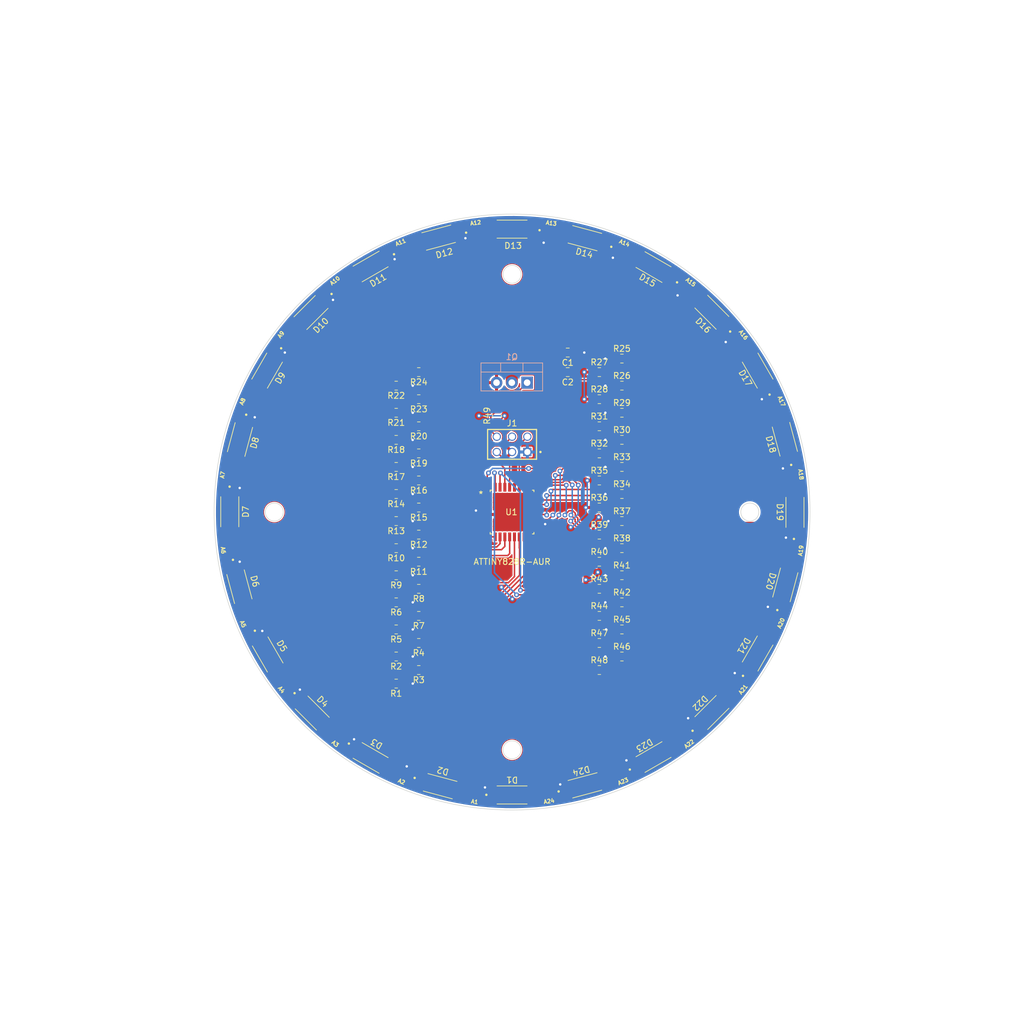
<source format=kicad_pcb>
(kicad_pcb (version 20211014) (generator pcbnew)
  (layers (0 "F.Cu" signal) (31 "B.Cu" signal) (34 "B.Paste" user) (35 "F.Paste" user) (36 "B.SilkS" user "B.Silkscreen") (37 "F.SilkS" user "F.Silkscreen") (38 "B.Mask" user) (39 "F.Mask" user) (44 "Edge.Cuts" user))
  (net 0 "")
  (net 1 "+5V")
  (net 2 "/SEN1")
  (net 3 "/SEN2")
  (net 4 "/SEN3")
  (net 5 "/SEN4")
  (net 6 "/SEN5")
  (net 7 "/SEN6")
  (net 8 "/SEN7")
  (net 9 "/SEN8")
  (net 10 "/SEN9")
  (net 11 "/SEN10")
  (net 12 "/SEN11")
  (net 13 "/SEN12")
  (net 14 "/SEN13")
  (net 15 "/SEN14")
  (net 16 "/SEN15")
  (net 17 "/SEN16")
  (net 18 "/SEN17")
  (net 19 "/SEN18")
  (net 20 "/SEN19")
  (net 21 "/SEN20")
  (net 22 "/SEN21")
  (net 23 "/SEN22")
  (net 24 "/SEN23")
  (net 25 "/SEN24")
  (net 26 "GND")
  (net 27 "Net-(D1-PadA)")
  (net 28 "Net-(D2-PadA)")
  (net 29 "Net-(D3-PadA)")
  (net 30 "Net-(D4-PadA)")
  (net 31 "Net-(D5-PadA)")
  (net 32 "Net-(D6-PadA)")
  (net 33 "Net-(D7-PadA)")
  (net 34 "Net-(D8-PadA)")
  (net 35 "Net-(D9-PadA)")
  (net 36 "Net-(D10-PadA)")
  (net 37 "Net-(D11-PadA)")
  (net 38 "Net-(D12-PadA)")
  (net 39 "Net-(D13-PadA)")
  (net 40 "Net-(D14-PadA)")
  (net 41 "Net-(D15-PadA)")
  (net 42 "Net-(D16-PadA)")
  (net 43 "Net-(D17-PadA)")
  (net 44 "Net-(D18-PadA)")
  (net 45 "Net-(D19-PadA)")
  (net 46 "Net-(D20-PadA)")
  (net 47 "Net-(D21-PadA)")
  (net 48 "Net-(D22-PadA)")
  (net 49 "Net-(D23-PadA)")
  (net 50 "Net-(D24-PadA)")
  (net 51 "/SDA{slash}MOSI")
  (net 52 "/SCL")
  (net 53 "/RST")
  (net 54 "/MSFTDRN")
  (net 56 "/LEDPWM")
  (footprint "SPMWHT541ML5XATMS6:LED_SPMWHT541MP5WAPKS4" (layer "F.Cu") (at 224 181.2 -150)
    (fp_text reference "D23")
    (fp_text value "SPMWHT541ML5XATMS6")
  )
  (footprint "SPMWHT541ML5XATMS6:LED_SPMWHT541MP5WAPKS4" (layer "F.Cu") (at 177 181.35 150)
    (fp_text reference "D3")
    (fp_text value "SPMWHT541ML5XATMS6")
  )
  (footprint "ALS-PT19-315C_L177_TR8:XDCR_ALS-PT19-315C_L177_TR8" (layer "F.Cu") (at 229.3 103.4 -37.5)
    (fp_text reference "A15")
    (fp_text value "ALS-PT19-315C/L177/TR8")
  )
  (footprint "ALS-PT19-315C_L177_TR8:XDCR_ALS-PT19-315C_L177_TR8" (layer "F.Cu") (at 237.8 111.9 -52.5)
    (fp_text reference "A16")
    (fp_text value "ALS-PT19-315C/L177/TR8")
  )
  (footprint "Resistor_SMD:R_0805_2012Metric_Pad1.20x1.40mm_HandSolder" (layer "F.Cu") (at 185 144.25 180)
    (fp_text reference "R12")
    (fp_text value "10K")
  )
  (footprint "SPMWHT541ML5XATMS6:LED_SPMWHT541MP5WAPKS4" (layer "F.Cu") (at 212.6 95 -15)
    (fp_text reference "D14")
    (fp_text value "SPMWHT541ML5XATMS6")
  )
  (footprint "SPMWHT541ML5XATMS6:LED_SPMWHT541MP5WAPKS4" (layer "F.Cu") (at 245.822354 128.4 -75)
    (fp_text reference "D18")
    (fp_text value "SPMWHT541ML5XATMS6")
  )
  (footprint "Resistor_SMD:R_0805_2012Metric_Pad1.20x1.40mm_HandSolder" (layer "F.Cu") (at 181.25 155.5 180)
    (fp_text reference "R6")
    (fp_text value "261R")
  )
  (footprint "Resistor_SMD:R_0805_2012Metric_Pad1.20x1.40mm_HandSolder" (layer "F.Cu") (at 218.75 155.5)
    (fp_text reference "R42")
    (fp_text value "261R")
  )
  (footprint "SPMWHT541ML5XATMS6:LED_SPMWHT541MP5WAPKS4" (layer "F.Cu") (at 177 99.7 30)
    (fp_text reference "D11")
    (fp_text value "SPMWHT541ML5XATMS6")
  )
  (footprint "Resistor_SMD:R_0805_2012Metric_Pad1.20x1.40mm_HandSolder" (layer "F.Cu") (at 181.25 164.5 180)
    (fp_text reference "R2")
    (fp_text value "261R")
  )
  (footprint "SPMWHT541ML5XATMS6:LED_SPMWHT541MP5WAPKS4" (layer "F.Cu") (at 167.3 173.9 135)
    (fp_text reference "D4")
    (fp_text value "SPMWHT541ML5XATMS6")
  )
  (footprint "SPMWHT541ML5XATMS6:LED_SPMWHT541MP5WAPKS4" (layer "F.Cu") (at 188.55 186.05 165)
    (fp_text reference "D2")
    (fp_text value "SPMWHT541ML5XATMS6")
  )
  (footprint "Resistor_SMD:R_0805_2012Metric_Pad1.20x1.40mm_HandSolder" (layer "F.Cu") (at 215 153.25)
    (fp_text reference "R43")
    (fp_text value "10K")
  )
  (footprint "ALS-PT19-315C_L177_TR8:XDCR_ALS-PT19-315C_L177_TR8" (layer "F.Cu") (at 194.6 93.85 7.5)
    (fp_text reference "A12")
    (fp_text value "ALS-PT19-315C/L177/TR8")
  )
  (footprint "SPMWHT541ML5XATMS6:LED_SPMWHT541MP5WAPKS4" (layer "F.Cu") (at 200.5 187.5 180)
    (fp_text reference "D1")
    (fp_text value "SPMWHT541ML5XATMS6")
  )
  (footprint "Resistor_SMD:R_0805_2012Metric_Pad1.20x1.40mm_HandSolder" (layer "F.Cu") (at 181.25 128.5 180)
    (fp_text reference "R18")
    (fp_text value "261R")
  )
  (footprint "Resistor_SMD:R_0805_2012Metric_Pad1.20x1.40mm_HandSolder" (layer "F.Cu") (at 185 130.75 180)
    (fp_text reference "R19")
    (fp_text value "10K")
  )
  (footprint "Resistor_SMD:R_0805_2012Metric_Pad1.20x1.40mm_HandSolder" (layer "F.Cu") (at 218.75 164.5)
    (fp_text reference "R46")
    (fp_text value "261R")
  )
  (footprint "SPMWHT541ML5XATMS6:LED_SPMWHT541MP5WAPKS4" (layer "F.Cu") (at 159.8 117 60)
    (fp_text reference "D9")
    (fp_text value "SPMWHT541ML5XATMS6")
  )
  (footprint "SPMWHT541ML5XATMS6:LED_SPMWHT541MP5WAPKS4" (layer "F.Cu") (at 159.9 164.159808 120)
    (fp_text reference "D5")
    (fp_text value "SPMWHT541ML5XATMS6")
  )
  (footprint "SPMWHT541ML5XATMS6:LED_SPMWHT541MP5WAPKS4" (layer "F.Cu") (at 247.5 140.55 -90)
    (fp_text reference "D19")
    (fp_text value "SPMWHT541ML5XATMS6")
  )
  (footprint "SPMWHT541ML5XATMS6:LED_SPMWHT541MP5WAPKS4" (layer "F.Cu") (at 153.6 140.45 90)
    (fp_text reference "D7")
    (fp_text value "SPMWHT541ML5XATMS6")
  )
  (footprint "Resistor_SMD:R_0805_2012Metric_Pad1.20x1.40mm_HandSolder" (layer "F.Cu") (at 181.25 160 180)
    (fp_text reference "R5")
    (fp_text value "261R")
  )
  (footprint "ALS-PT19-315C_L177_TR8:XDCR_ALS-PT19-315C_L177_TR8" (layer "F.Cu") (at 194.493584 187.247895 172.5)
    (fp_text reference "A1")
    (fp_text value "ALS-PT19-315C/L177/TR8")
  )
  (footprint "Resistor_SMD:R_0805_2012Metric_Pad1.20x1.40mm_HandSolder" (layer "F.Cu") (at 181.25 133 180)
    (fp_text reference "R17")
    (fp_text value "261R")
  )
  (footprint "ALS-PT19-315C_L177_TR8:XDCR_ALS-PT19-315C_L177_TR8" (layer "F.Cu") (at 243.9 158.4 -112.5)
    (fp_text reference "A20")
    (fp_text value "ALS-PT19-315C/L177/TR8")
  )
  (footprint "Resistor_SMD:R_0805_2012Metric_Pad1.20x1.40mm_HandSolder" (layer "F.Cu") (at 218.75 115)
    (fp_text reference "R25")
    (fp_text value "261R")
  )
  (footprint "ALS-PT19-315C_L177_TR8:XDCR_ALS-PT19-315C_L177_TR8" (layer "F.Cu") (at 172 177.9 142.5)
    (fp_text reference "A3")
    (fp_text value "ALS-PT19-315C/L177/TR8")
  )
  (footprint "ALS-PT19-315C_L177_TR8:XDCR_ALS-PT19-315C_L177_TR8" (layer "F.Cu") (at 206.5 187.15 -172.5)
    (fp_text reference "A24")
    (fp_text value "ALS-PT19-315C/L177/TR8")
  )
  (footprint "ALS-PT19-315C_L177_TR8:XDCR_ALS-PT19-315C_L177_TR8" (layer "F.Cu") (at 243.95 122.6 -67.5)
    (fp_text reference "A17")
    (fp_text value "ALS-PT19-315C/L177/TR8")
  )
  (footprint "Resistor_SMD:R_0805_2012Metric_Pad1.20x1.40mm_HandSolder" (layer "F.Cu") (at 215 166.75)
    (fp_text reference "R48")
    (fp_text value "10K")
  )
  (footprint "SPMWHT541ML5XATMS6:LED_SPMWHT541MP5WAPKS4" (layer "F.Cu") (at 241.3 164 -120)
    (fp_text reference "D21")
    (fp_text value "SPMWHT541ML5XATMS6")
  )
  (footprint "Resistor_SMD:R_0805_2012Metric" (layer "F.Cu") (at 198 124.5 90)
    (fp_text reference "R49")
    (fp_text value "10K")
  )
  (footprint "Resistor_SMD:R_0805_2012Metric_Pad1.20x1.40mm_HandSolder" (layer "F.Cu") (at 185 139.75 180)
    (fp_text reference "R15")
    (fp_text value "10K")
  )
  (footprint "Resistor_SMD:R_0805_2012Metric_Pad1.20x1.40mm_HandSolder" (layer "F.Cu") (at 181.25 169 180)
    (fp_text reference "R1")
    (fp_text value "261R")
  )
  (footprint "Resistor_SMD:R_0805_2012Metric_Pad1.20x1.40mm_HandSolder" (layer "F.Cu") (at 215 135.25)
    (fp_text reference "R35")
    (fp_text value "10K")
  )
  (footprint "Resistor_SMD:R_0805_2012Metric_Pad1.20x1.40mm_HandSolder" (layer "F.Cu") (at 215 126.25)
    (fp_text reference "R31")
    (fp_text value "10K")
  )
  (footprint "ALS-PT19-315C_L177_TR8:XDCR_ALS-PT19-315C_L177_TR8" (layer "F.Cu") (at 171.9 103.2 37.5)
    (fp_text reference "A10")
    (fp_text value "ALS-PT19-315C/L177/TR8")
  )
  (footprint "Resistor_SMD:R_0805_2012Metric_Pad1.20x1.40mm_HandSolder" (layer "F.Cu") (at 181.25 146.5 180)
    (fp_text reference "R10")
    (fp_text value "261R")
  )
  (footprint "Resistor_SMD:R_0805_2012Metric_Pad1.20x1.40mm_HandSolder" (layer "F.Cu") (at 215 162.25)
    (fp_text reference "R47")
    (fp_text value "10K")
  )
  (footprint "SPMWHT541ML5XATMS6:LED_SPMWHT541MP5WAPKS4" (layer "F.Cu") (at 167.1 107.35 45)
    (fp_text reference "D10")
    (fp_text value "SPMWHT541ML5XATMS6")
  )
  (footprint "SPMWHT541ML5XATMS6:LED_SPMWHT541MP5WAPKS4" (layer "F.Cu") (at 155.3 128.45 75)
    (fp_text reference "D8")
    (fp_text value "SPMWHT541ML5XATMS6")
  )
  (footprint "ATTINY828R-AUR:TQFP32_9X9_MCH" (layer "F.Cu") (at 200.5 140.5)
    (fp_text reference "U1")
    (fp_text value "ATTINY828R-AUR")
  )
  (footprint "Resistor_SMD:R_0805_2012Metric_Pad1.20x1.40mm_HandSolder" (layer "F.Cu") (at 218.75 124)
    (fp_text reference "R29")
    (fp_text value "261R")
  )
  (footprint "Resistor_SMD:R_0805_2012Metric_Pad1.20x1.40mm_HandSolder" (layer "F.Cu") (at 185 135.25 180)
    (fp_text reference "R16")
    (fp_text value "10K")
  )
  (footprint "Resistor_SMD:R_0805_2012Metric_Pad1.20x1.40mm_HandSolder" (layer "F.Cu") (at 215 148.75)
    (fp_text reference "R40")
    (fp_text value "10K")
  )
  (footprint "ALS-PT19-315C_L177_TR8:XDCR_ALS-PT19-315C_L177_TR8" (layer "F.Cu") (at 153.9 146.7 97.5)
    (fp_text reference "A6")
    (fp_text value "ALS-PT19-315C/L177/TR8")
  )
  (footprint "Resistor_SMD:R_0805_2012Metric_Pad1.20x1.40mm_HandSolder" (layer "F.Cu") (at 215 157.75)
    (fp_text reference "R44")
    (fp_text value "10K")
  )
  (footprint "ALS-PT19-315C_L177_TR8:XDCR_ALS-PT19-315C_L177_TR8" (layer "F.Cu") (at 218.45 183.95 -157.5)
    (fp_text reference "A23")
    (fp_text value "ALS-PT19-315C/L177/TR8")
  )
  (footprint "Resistor_SMD:R_0805_2012Metric_Pad1.20x1.40mm_HandSolder" (layer "F.Cu") (at 215 117.25)
    (fp_text reference "R27")
    (fp_text value "10K")
  )
  (footprint "ALS-PT19-315C_L177_TR8:XDCR_ALS-PT19-315C_L177_TR8" (layer "F.Cu") (at 157 122.70709 67.5)
    (fp_text reference "A8")
    (fp_text value "ALS-PT19-315C/L177/TR8")
  )
  (footprint "ALS-PT19-315C_L177_TR8:XDCR_ALS-PT19-315C_L177_TR8" (layer "F.Cu") (at 163.2 111.9 52.5)
    (fp_text reference "A9")
    (fp_text value "ALS-PT19-315C/L177/TR8")
  )
  (footprint "ALS-PT19-315C_L177_TR8:XDCR_ALS-PT19-315C_L177_TR8" (layer "F.Cu") (at 157.1 158.6 112.5)
    (fp_text reference "A5")
    (fp_text value "ALS-PT19-315C/L177/TR8")
  )
  (footprint "SPMWHT541ML5XATMS6:LED_SPMWHT541MP5WAPKS4" (layer "F.Cu") (at 200.5 93.5)
    (fp_text reference "D13")
    (fp_text value "SPMWHT541ML5XATMS6")
  )
  (footprint "SPMWHT541ML5XATMS6:LED_SPMWHT541MP5WAPKS4" (layer "F.Cu") (at 233.7 173.8 -135)
    (fp_text reference "D22")
    (fp_text value "SPMWHT541ML5XATMS6")
  )
  (footprint "Resistor_SMD:R_0805_2012Metric_Pad1.20x1.40mm_HandSolder" (layer "F.Cu") (at 218.75 151)
    (fp_text reference "R41")
    (fp_text value "261R")
  )
  (footprint "ALS-PT19-315C_L177_TR8:XDCR_ALS-PT19-315C_L177_TR8" (layer "F.Cu") (at 229.1 177.9 -142.5)
    (fp_text reference "A22")
    (fp_text value "ALS-PT19-315C/L177/TR8")
  )
  (footprint "ALS-PT19-315C_L177_TR8:XDCR_ALS-PT19-315C_L177_TR8" (layer "F.Cu") (at 218.6 97.1 -22.5)
    (fp_text reference "A14")
    (fp_text value "ALS-PT19-315C/L177/TR8")
  )
  (footprint "SPMWHT541ML5XATMS6:LED_SPMWHT541MP5WAPKS4" (layer "F.Cu") (at 245.9 152.6 -105)
    (fp_text reference "D20")
    (fp_text value "SPMWHT541ML5XATMS6")
  )
  (footprint "ALS-PT19-315C_L177_TR8:XDCR_ALS-PT19-315C_L177_TR8" (layer "F.Cu") (at 153.8 134.543584 82.5)
    (fp_text reference "A7")
    (fp_text value "ALS-PT19-315C/L177/TR8")
  )
  (footprint "SPMWHT541ML5XATMS6:LED_SPMWHT541MP5WAPKS4" (layer "F.Cu") (at 188.3 94.9 15)
    (fp_text reference "D12")
    (fp_text value "SPMWHT541ML5XATMS6")
  )
  (footprint "Resistor_SMD:R_0805_2012Metric_Pad1.20x1.40mm_HandSolder" (layer "F.Cu") (at 218.75 160)
    (fp_text reference "R45")
    (fp_text value "261R")
  )
  (footprint "Capacitor_SMD:C_0805_2012Metric_Pad1.18x1.45mm_HandSolder" (layer "F.Cu") (at 209.75 117.25 180)
    (fp_text reference "C2")
    (fp_text value "0.1UF")
  )
  (footprint "Resistor_SMD:R_0805_2012Metric_Pad1.20x1.40mm_HandSolder" (layer "F.Cu") (at 215 139.75)
    (fp_text reference "R36")
    (fp_text value "10K")
  )
  (footprint "Resistor_SMD:R_0805_2012Metric_Pad1.20x1.40mm_HandSolder" (layer "F.Cu") (at 218.75 119.5)
    (fp_text reference "R26")
    (fp_text value "261R")
  )
  (footprint "Resistor_SMD:R_0805_2012Metric_Pad1.20x1.40mm_HandSolder" (layer "F.Cu") (at 181.25 142 180)
    (fp_text reference "R13")
    (fp_text value "261R")
  )
  (footprint "Resistor_SMD:R_0805_2012Metric_Pad1.20x1.40mm_HandSolder" (layer "F.Cu") (at 215 121.75)
    (fp_text reference "R28")
    (fp_text value "10K")
  )
  (footprint "Resistor_SMD:R_0805_2012Metric_Pad1.20x1.40mm_HandSolder" (layer "F.Cu") (at 181.25 119.5 180)
    (fp_text reference "R22")
    (fp_text value "261R")
  )
  (footprint "Resistor_SMD:R_0805_2012Metric_Pad1.20x1.40mm_HandSolder" (layer "F.Cu") (at 185 166.75 180)
    (fp_text reference "R3")
    (fp_text value "10K")
  )
  (footprint "SPMWHT541ML5XATMS6:LED_SPMWHT541MP5WAPKS4" (layer "F.Cu") (at 212.6 185.9 -165)
    (fp_text reference "D24")
    (fp_text value "SPMWHT541ML5XATMS6")
  )
  (footprint "Resistor_SMD:R_0805_2012Metric_Pad1.20x1.40mm_HandSolder" (layer "F.Cu") (at 218.75 146.5)
    (fp_text reference "R38")
    (fp_text value "261R")
  )
  (footprint "Resistor_SMD:R_0805_2012Metric_Pad1.20x1.40mm_HandSolder" (layer "F.Cu") (at 185 117.25 180)
    (fp_text reference "R24")
    (fp_text value "10K")
  )
  (footprint "Resistor_SMD:R_0805_2012Metric_Pad1.20x1.40mm_HandSolder" (layer "F.Cu") (at 218.75 128.5)
    (fp_text reference "R30")
    (fp_text value "261R")
  )
  (footprint "ALS-PT19-315C_L177_TR8:XDCR_ALS-PT19-315C_L177_TR8" (layer "F.Cu") (at 237.8 169.1 -127.5)
    (fp_text reference "A21")
    (fp_text value "ALS-PT19-315C/L177/TR8")
  )
  (footprint "Resistor_SMD:R_0805_2012Metric_Pad1.20x1.40mm_HandSolder" (layer "F.Cu") (at 185 157.75 180)
    (fp_text reference "R7")
    (fp_text value "10K")
  )
  (footprint "Resistor_SMD:R_0805_2012Metric_Pad1.20x1.40mm_HandSolder" (layer "F.Cu") (at 185 126.25 180)
    (fp_text reference "R20")
    (fp_text value "10K")
  )
  (footprint "SPMWHT541ML5XATMS6:LED_SPMWHT541MP5WAPKS4" (layer "F.Cu") (at 224 99.8 -30)
    (fp_text reference "D15")
    (fp_text value "SPMWHT541ML5XATMS6")
  )
  (footprint "ALS-PT19-315C_L177_TR8:XDCR_ALS-PT19-315C_L177_TR8" (layer "F.Cu") (at 247.1 146.7 -97.5)
    (fp_text reference "A19")
    (fp_text value "ALS-PT19-315C/L177/TR8")
  )
  (footprint "Resistor_SMD:R_0805_2012Metric_Pad1.20x1.40mm_HandSolder" (layer "F.Cu") (at 218.75 133)
    (fp_text reference "R33")
    (fp_text value "261R")
  )
  (footprint "Resistor_SMD:R_0805_2012Metric_Pad1.20x1.40mm_HandSolder" (layer "F.Cu") (at 181.25 124 180)
    (fp_text reference "R21")
    (fp_text value "261R")
  )
  (footprint "Resistor_SMD:R_0805_2012Metric_Pad1.20x1.40mm_HandSolder" (layer "F.Cu") (at 218.75 137.5)
    (fp_text reference "R34")
    (fp_text value "261R")
  )
  (footprint "Resistor_SMD:R_0805_2012Metric_Pad1.20x1.40mm_HandSolder" (layer "F.Cu") (at 185 148.75 180)
    (fp_text reference "R11")
    (fp_text value "10K")
  )
  (footprint "SSQ-103-01-T-D:SAMTEC_SSQ-103-01-T-D" (layer "F.Cu") (at 200.5 129.25)
    (fp_text reference "J1")
    (fp_text value "SSQ-103-01-T-D")
  )
  (footprint "Resistor_SMD:R_0805_2012Metric_Pad1.20x1.40mm_HandSolder" (layer "F.Cu") (at 185 162.25 180)
    (fp_text reference "R4")
    (fp_text value "10K")
  )
  (footprint "ALS-PT19-315C_L177_TR8:XDCR_ALS-PT19-315C_L177_TR8" (layer "F.Cu") (at 182.7 184 157.5)
    (fp_text reference "A2")
    (fp_text value "ALS-PT19-315C/L177/TR8")
  )
  (footprint "Resistor_SMD:R_0805_2012Metric_Pad1.20x1.40mm_HandSolder" (layer "F.Cu") (at 181.25 137.5 180)
    (fp_text reference "R14")
    (fp_text value "261R")
  )
  (footprint "Capacitor_SMD:C_0805_2012Metric_Pad1.18x1.45mm_HandSolder" (layer "F.Cu") (at 209.75 114 180)
    (fp_text reference "C1")
    (fp_text value "0.1UF")
  )
  (footprint "SPMWHT541ML5XATMS6:LED_SPMWHT541MP5WAPKS4" (layer "F.Cu") (at 241.3 117 -60)
    (fp_text reference "D17")
    (fp_text value "SPMWHT541ML5XATMS6")
  )
  (footprint "Resistor_SMD:R_0805_2012Metric_Pad1.20x1.40mm_HandSolder" (layer "F.Cu") (at 215 130.75)
    (fp_text reference "R32")
    (fp_text value "10K")
  )
  (footprint "ALS-PT19-315C_L177_TR8:XDCR_ALS-PT19-315C_L177_TR8" (layer "F.Cu") (at 247.1 134.4 -82.5)
    (fp_text reference "A18")
    (fp_text value "ALS-PT19-315C/L177/TR8")
  )
  (footprint "Resistor_SMD:R_0805_2012Metric_Pad1.20x1.40mm_HandSolder" (layer "F.Cu") (at 185 121.75 180)
    (fp_text reference "R23")
    (fp_text value "10K")
  )
  (footprint "ALS-PT19-315C_L177_TR8:XDCR_ALS-PT19-315C_L177_TR8" (layer "F.Cu") (at 163.3 169.2 127.5)
    (fp_text reference "A4")
    (fp_text value "ALS-PT19-315C/L177/TR8")
  )
  (footprint "SPMWHT541ML5XATMS6:LED_SPMWHT541MP5WAPKS4" (layer "F.Cu") (at 155.2 152.9 105)
    (fp_text reference "D6")
    (fp_text value "SPMWHT541ML5XATMS6")
  )
  (footprint "Resistor_SMD:R_0805_2012Metric_Pad1.20x1.40mm_HandSolder" (layer "F.Cu") (at 215 144.25)
    (fp_text reference "R39")
    (fp_text value "10K")
  )
  (footprint "ALS-PT19-315C_L177_TR8:XDCR_ALS-PT19-315C_L177_TR8" (layer "F.Cu") (at 182.5 97 22.5)
    (fp_text reference "A11")
    (fp_text value "ALS-PT19-315C/L177/TR8")
  )
  (footprint "Resistor_SMD:R_0805_2012Metric_Pad1.20x1.40mm_HandSolder" (layer "F.Cu") (at 181.25 151 180)
    (fp_text reference "R9")
    (fp_text value "261R")
  )
  (footprint "ALS-PT19-315C_L177_TR8:XDCR_ALS-PT19-315C_L177_TR8" (layer "F.Cu") (at 206.8 93.9 -7.5)
    (fp_text reference "A13")
    (fp_text value "ALS-PT19-315C/L177/TR8")
  )
  (footprint "Resistor_SMD:R_0805_2012Metric_Pad1.20x1.40mm_HandSolder" (layer "F.Cu") (at 185 153.25 180)
    (fp_text reference "R8")
    (fp_text value "10K")
  )
  (footprint "SPMWHT541ML5XATMS6:LED_SPMWHT541MP5WAPKS4" (layer "F.Cu") (at 233.7 107.3 -45)
    (fp_text reference "D16")
    (fp_text value "SPMWHT541ML5XATMS6")
  )
  (footprint "Resistor_SMD:R_0805_2012Metric_Pad1.20x1.40mm_HandSolder" (layer "F.Cu") (at 218.75 142)
    (fp_text reference "R37")
    (fp_text value "261R")
  )
  (footprint "Package_TO_SOT_THT:TO-220-3_Vertical" (layer "B.Cu") (at 203 119 180)
    (fp_text reference "Q1")
    (fp_text value "IRLZ44N")
  )
  (gr_circle (center 200.5 180) (end 202 180) (layer "Edge.Cuts") (width 0.1) (fill none))
  (gr_circle (center 200.5 140.5) (end 250 140.5) (layer "Edge.Cuts") (width 0.1) (fill none))
  (gr_circle (center 200.5 101) (end 202 101) (layer "Edge.Cuts") (width 0.1) (fill none))
  (gr_circle (center 161 140.5) (end 162.5 140.5) (layer "Edge.Cuts") (width 0.1) (fill none))
  (gr_circle (center 240 140.5) (end 241.5 140.5) (layer "Edge.Cuts") (width 0.1) (fill none))
  (segment (start 182.25 151) (end 184 151) (width 0.25) (layer "F.Cu") (net 1))
  (segment (start 219.14291 183.662987) (end 219.14291 182.10709) (width 0.25) (layer "F.Cu") (net 1))
  (segment (start 157.387013 159.29291) (end 158.04291 159.29291) (width 0.25) (layer "F.Cu") (net 1))
  (segment (start 182.25 124) (end 184 124) (width 0.25) (layer "F.Cu") (net 1))
  (segment (start 194.65 140.1) (end 194.5 140.25) (width 0.25) (layer "F.Cu") (net 1))
  (segment (start 243.662987 121.90709) (end 242.15709 121.90709) (width 0.25) (layer "F.Cu") (net 1))
  (segment (start 182.25 146.5) (end 184 146.5) (width 0.25) (layer "F.Cu") (net 1))
  (segment (start 228.704985 102.943429) (end 228.704985 103.795015) (width 0.25) (layer "F.Cu") (net 1))
  (segment (start 217.75 151) (end 216 151) (width 0.25) (layer "F.Cu") (net 1))
  (segment (start 153.997895 147.497895) (end 155.25 148.75) (width 0.25) (layer "F.Cu") (net 1))
  (segment (start 245.906416 133.656416) (end 245.5 133.25) (width 0.25) (layer "F.Cu") (net 1))
  (segment (start 171.304985 103.656571) (end 171.304985 104.695015) (width 0.25) (layer "F.Cu") (net 1))
  (segment (start 154.037168 135.287168) (end 155.25 136.5) (width 0.25) (layer "F.Cu") (net 1))
  (segment (start 195.237168 187.012832) (end 196 186.25) (width 0.25) (layer "F.Cu") (net 1))
  (segment (start 193.856416 93.947895) (end 193.802105 93.947895) (width 0.25) (layer "F.Cu") (net 1))
  (segment (start 242.15709 121.90709) (end 242 121.75) (width 0.25) (layer "F.Cu") (net 1))
  (segment (start 217.875 160) (end 216.125 160) (width 0.25) (layer "F.Cu") (net 1))
  (segment (start 217.75 142) (end 216.5 142) (width 0.25) (layer "F.Cu") (net 1))
  (segment (start 238.256571 168.006571) (end 237.5 167.25) (width 0.25) (layer "F.Cu") (net 1))
  (segment (start 207.243584 187.006416) (end 208.5 185.75) (width 0.25) (layer "F.Cu") (net 1))
  (segment (start 182.25 128.5) (end 183.975402 128.5) (width 0.25) (layer "F.Cu") (net 1))
  (segment (start 183.39291 183.14291) (end 183 182.75) (width 0.25) (layer "F.Cu") (net 1))
  (segment (start 229.695015 177.443429) (end 229.695015 174.804985) (width 0.25) (layer "F.Cu") (net 1))
  (segment (start 204.619 142.5) (end 206 142.5) (width 0.25) (layer "F.Cu") (net 1))
  (segment (start 247.002105 133.656416) (end 245.906416 133.656416) (width 0.25) (layer "F.Cu") (net 1))
  (segment (start 217.75 137.5) (end 216 137.5) (width 0.25) (layer "F.Cu") (net 1))
  (segment (start 217.75 146.5) (end 216 146.5) (width 0.25) (layer "F.Cu") (net 1))
  (segment (start 244.187013 157.70709) (end 244.187013 157.437013) (width 0.25) (layer "F.Cu") (net 1))
  (segment (start 217.75 164.5) (end 216 164.5) (width 0.25) (layer "F.Cu") (net 1))
  (segment (start 195.237168 187.34579) (end 195.237168 187.012832) (width 0.25) (layer "F.Cu") (net 1))
  (segment (start 182.25 160) (end 184 160) (width 0.25) (layer "F.Cu") (net 1))
  (segment (start 182.25 119.5) (end 184 119.5) (width 0.25) (layer "F.Cu") (net 1))
  (segment (start 244.187013 157.437013) (end 243 156.25) (width 0.25) (layer "F.Cu") (net 1))
  (segment (start 182.25 137.5) (end 184 137.5) (width 0.25) (layer "F.Cu") (net 1))
  (segment (start 229.695015 174.804985) (end 229.75 174.75) (width 0.25) (layer "F.Cu") (net 1))
  (segment (start 238.256571 168.504985) (end 238.256571 168.006571) (width 0.25) (layer "F.Cu") (net 1))
  (segment (start 162.743429 113.993429) (end 162.75 114) (width 0.25) (layer "F.Cu") (net 1))
  (segment (start 217.75 155.5) (end 216 155.5) (width 0.25) (layer "F.Cu") (net 1))
  (segment (start 217.75 124) (end 216 124) (width 0.25) (layer "F.Cu") (net 1))
  (segment (start 217.75 128.5) (end 216 128.5) (width 0.25) (layer "F.Cu") (net 1))
  (segment (start 206.056416 95.443584) (end 205.75 95.75) (width 0.25) (layer "F.Cu") (net 1))
  (segment (start 162.743429 112.495015) (end 162.743429 113.993429) (width 0.25) (layer "F.Cu") (net 1))
  (segment (start 182.25 142) (end 184 142) (width 0.25) (layer "F.Cu") (net 1))
  (segment (start 182.25 133) (end 184 133) (width 0.25) (layer "F.Cu") (net 1))
  (segment (start 165.045015 169.795015) (end 165.25 170) (width 0.25) (layer "F.Cu") (net 1))
  (segment (start 217.75 115) (end 216 115) (width 0.25) (layer "F.Cu") (net 1))
  (segment (start 196.381 140.1) (end 194.65 140.1) (width 0.25) (layer "F.Cu") (net 1))
  (segment (start 228.704985 103.795015) (end 228 104.5) (width 0.25) (layer "F.Cu") (net 1))
  (segment (start 219.14291 182.10709) (end 219.5 181.75) (width 0.25) (layer "F.Cu") (net 1))
  (segment (start 182.25 164.5) (end 184 164.5) (width 0.25) (layer "F.Cu") (net 1))
  (segment (start 158.04291 159.29291) (end 159 160.25) (width 0.25) (layer "F.Cu") (net 1))
  (segment (start 193.802105 93.947895) (end 192.75 95) (width 0.25) (layer "F.Cu") (net 1))
  (segment (start 210.75 114) (end 212.5 114) (width 0.25) (layer "F.Cu") (net 1))
  (segment (start 217.90709 96.812987) (end 217.90709 97.59291) (width 0.25) (layer "F.Cu") (net 1))
  (segment (start 181.80709 97.668312) (end 180.987701 98.487701) (width 0.25) (layer "F.Cu") (net 1))
  (segment (start 171.304985 104.695015) (end 170.75 105.25) (width 0.25) (layer "F.Cu") (net 1))
  (segment (start 183.39291 184.287013) (end 183.39291 183.14291) (width 0.25) (layer "F.Cu") (net 1))
  (segment (start 217.90709 97.59291) (end 217.25 98.25) (width 0.25) (layer "F.Cu") (net 1))
  (segment (start 236.945015 111.304985) (end 236 112.25) (width 0.25) (layer "F.Cu") (net 1))
  (segment (start 172.595015 178.356571) (end 174.143429 178.356571) (width 0.25) (layer "F.Cu") (net 1))
  (segment (start 181.80709 97.287013) (end 181.80709 97.668312) (width 0.25) (layer "F.Cu") (net 1))
  (segment (start 247.197895 145.947895) (end 246 144.75) (width 0.25) (layer "F.Cu") (net 1))
  (segment (start 217.75 119.5) (end 216 119.5) (width 0.25) (layer "F.Cu") (net 1))
  (segment (start 217.75 133) (end 216 133) (width 0.25) (layer "F.Cu") (net 1))
  (segment (start 153.997895 147.443584) (end 153.997895 147.497895) (width 0.25) (layer "F.Cu") (net 1))
  (segment (start 182.25 169) (end 184 169) (width 0.25) (layer "F.Cu") (net 1))
  (segment (start 183.975402 128.5) (end 183.987701 128.512299) (width 0.25) (layer "F.Cu") (net 1))
  (segment (start 156.712987 123.4) (end 156.712987 123.712987) (width 0.25) (layer "F.Cu") (net 1))
  (segment (start 237.343429 111.304985) (end 236.945015 111.304985) (width 0.25) (layer "F.Cu") (net 1))
  (segment (start 174.143429 178.356571) (end 174.25 178.25) (width 0.25) (layer "F.Cu") (net 1))
  (segment (start 182.25 155.5) (end 184 155.5) (width 0.25) (layer "F.Cu") (net 1))
  (segment (start 207.243584 187.052105) (end 207.243584 187.006416) (width 0.25) (layer "F.Cu") (net 1))
  (segment (start 153.702105 135.287168) (end 154.037168 135.287168) (width 0.25) (layer "F.Cu") (net 1))
  (segment (start 210.7875 117.25) (end 210.7875 114) (width 0.25) (layer "F.Cu") (net 1))
  (segment (start 156.712987 123.712987) (end 157.75 124.75) (width 0.25) (layer "F.Cu") (net 1))
  (segment (start 163.756571 169.795015) (end 165.045015 169.795015) (width 0.25) (layer "F.Cu") (net 1))
  (segment (start 206.056416 93.802105) (end 206.056416 95.443584) (width 0.25) (layer "F.Cu") (net 1))
  (segment (start 247.197895 145.956416) (end 247.197895 145.947895) (width 0.25) (layer "F.Cu") (net 1))
  (via (at 180.987701 98.487701) (size 0.8) (drill 0.4) (layers "F.Cu" "B.Cu") (net 1))
  (via (at 184 119.5) (size 0.8) (drill 0.4) (layers "F.Cu" "B.Cu") (net 1))
  (via (at 216 151) (size 0.8) (drill 0.4) (layers "F.Cu" "B.Cu") (net 1))
  (via (at 183.987701 128.512299) (size 0.8) (drill 0.4) (layers "F.Cu" "B.Cu") (net 1))
  (via (at 157.75 124.75) (size 0.8) (drill 0.4) (layers "F.Cu" "B.Cu") (net 1))
  (via (at 196 186.25) (size 0.8) (drill 0.4) (layers "F.Cu" "B.Cu") (net 1))
  (via (at 155.25 136.5) (size 0.8) (drill 0.4) (layers "F.Cu" "B.Cu") (net 1))
  (via (at 184 155.5) (size 0.8) (drill 0.4) (layers "F.Cu" "B.Cu") (net 1))
  (via (at 216 133) (size 0.8) (drill 0.4) (layers "F.Cu" "B.Cu") (net 1))
  (via (at 243 156.25) (size 0.8) (drill 0.4) (layers "F.Cu" "B.Cu") (net 1))
  (via (at 229.75 174.75) (size 0.8) (drill 0.4) (layers "F.Cu" "B.Cu") (net 1))
  (via (at 242 121.75) (size 0.8) (drill 0.4) (layers "F.Cu" "B.Cu") (net 1))
  (via (at 205.75 95.75) (size 0.8) (drill 0.4) (layers "F.Cu" "B.Cu") (net 1))
  (via (at 216 124) (size 0.8) (drill 0.4) (layers "F.Cu" "B.Cu") (net 1))
  (via (at 216 164.5) (size 0.8) (drill 0.4) (layers "F.Cu" "B.Cu") (net 1))
  (via (at 219.5 181.75) (size 0.8) (drill 0.4) (layers "F.Cu" "B.Cu") (net 1))
  (via (at 184 137.5) (size 0.8) (drill 0.4) (layers "F.Cu" "B.Cu") (net 1))
  (via (at 217.25 98.25) (size 0.8) (drill 0.4) (layers "F.Cu" "B.Cu") (net 1))
  (via (at 228 104.5) (size 0.8) (drill 0.4) (layers "F.Cu" "B.Cu") (net 1))
  (via (at 184 160) (size 0.8) (drill 0.4) (layers "F.Cu" "B.Cu") (net 1))
  (via (at 216.125 160) (size 0.8) (drill 0.4) (layers "F.Cu" "B.Cu") (net 1))
  (via (at 184 164.5) (size 0.8) (drill 0.4) (layers "F.Cu" "B.Cu") (net 1))
  (via (at 236 112.25) (size 0.8) (drill 0.4) (layers "F.Cu" "B.Cu") (net 1))
  (via (at 245.5 133.25) (size 0.8) (drill 0.4) (layers "F.Cu" "B.Cu") (net 1))
  (via (at 216 155.5) (size 0.8) (drill 0.4) (layers "F.Cu" "B.Cu") (net 1))
  (via (at 162.75 114) (size 0.8) (drill 0.4) (layers "F.Cu" "B.Cu") (net 1))
  (via (at 212.5 114) (size 0.8) (drill 0.4) (layers "F.Cu" "B.Cu") (net 1))
  (via (at 216 119.5) (size 0.8) (drill 0.4) (layers "F.Cu" "B.Cu") (net 1))
  (via (at 170.75 105.25) (size 0.8) (drill 0.4) (layers "F.Cu" "B.Cu") (net 1))
  (via (at 208.5 185.75) (size 0.8) (drill 0.4) (layers "F.Cu" "B.Cu") (net 1))
  (via (at 174.25 178.25) (size 0.8) (drill 0.4) (layers "F.Cu" "B.Cu") (net 1))
  (via (at 216 115) (size 0.8) (drill 0.4) (layers "F.Cu" "B.Cu") (net 1))
  (via (at 165.25 170) (size 0.8) (drill 0.4) (layers "F.Cu" "B.Cu") (net 1))
  (via (at 184 124) (size 0.8) (drill 0.4) (layers "F.Cu" "B.Cu") (net 1))
  (via (at 192.75 95) (size 0.8) (drill 0.4) (layers "F.Cu" "B.Cu") (net 1))
  (via (at 184 151) (size 0.8) (drill 0.4) (layers "F.Cu" "B.Cu") (net 1))
  (via (at 216.5 142) (size 0.8) (drill 0.4) (layers "F.Cu" "B.Cu") (net 1))
  (via (at 159 160.25) (size 0.8) (drill 0.4) (layers "F.Cu" "B.Cu") (net 1))
  (via (at 183 182.75) (size 0.8) (drill 0.4) (layers "F.Cu" "B.Cu") (net 1))
  (via (at 216 128.5) (size 0.8) (drill 0.4) (layers "F.Cu" "B.Cu") (net 1))
  (via (at 237.5 167.25) (size 0.8) (drill 0.4) (layers "F.Cu" "B.Cu") (net 1))
  (via (at 206 142.5) (size 0.8) (drill 0.4) (layers "F.Cu" "B.Cu") (net 1))
  (via (at 184 146.5) (size 0.8) (drill 0.4) (layers "F.Cu" "B.Cu") (net 1))
  (via (at 194.5 140.25) (size 0.8) (drill 0.4) (layers "F.Cu" "B.Cu") (net 1))
  (via (at 216 137.5) (size 0.8) (drill 0.4) (layers "F.Cu" "B.Cu") (net 1))
  (via (at 184 133) (size 0.8) (drill 0.4) (layers "F.Cu" "B.Cu") (net 1))
  (via (at 184 169) (size 0.8) (drill 0.4) (layers "F.Cu" "B.Cu") (net 1))
  (via (at 246 144.75) (size 0.8) (drill 0.4) (layers "F.Cu" "B.Cu") (net 1))
  (via (at 155.25 148.75) (size 0.8) (drill 0.4) (layers "F.Cu" "B.Cu") (net 1))
  (via (at 184 142) (size 0.8) (drill 0.4) (layers "F.Cu" "B.Cu") (net 1))
  (via (at 216 146.5) (size 0.8) (drill 0.4) (layers "F.Cu" "B.Cu") (net 1))
  (segment (start 185.411827 167.775) (end 186.588173 167.775) (width 0.25) (layer "F.Cu") (net 2))
  (segment (start 185.075 166.75) (end 185.075 167.438173) (width 0.25) (layer "F.Cu") (net 2))
  (segment (start 179.325 168.311827) (end 179.325 172.725) (width 0.25) (layer "F.Cu") (net 2))
  (segment (start 179.325 172.725) (end 193.75 187.15) (width 0.25) (layer "F.Cu") (net 2))
  (segment (start 203.3 151.063173) (end 203.3 144.619) (width 0.25) (layer "F.Cu") (net 2))
  (segment (start 184 166.75) (end 185.075 166.75) (width 0.25) (layer "F.Cu") (net 2))
  (segment (start 185.075 167.438173) (end 185.411827 167.775) (width 0.25) (layer "F.Cu") (net 2))
  (segment (start 184 166.75) (end 180.886827 166.75) (width 0.25) (layer "F.Cu") (net 2))
  (segment (start 180.886827 166.75) (end 179.325 168.311827) (width 0.25) (layer "F.Cu") (net 2))
  (segment (start 186.588173 167.775) (end 203.3 151.063173) (width 0.25) (layer "F.Cu") (net 2))
  (segment (start 184 162.25) (end 180.886827 162.25) (width 0.25) (layer "F.Cu") (net 3))
  (segment (start 202.5 151) (end 192.75 160.75) (width 0.25) (layer "F.Cu") (net 3))
  (segment (start 176.8 177.55) (end 182.00709 182.75709) (width 0.25) (layer "F.Cu") (net 3))
  (segment (start 184 162) (end 184 162.25) (width 0.25) (layer "F.Cu") (net 3))
  (segment (start 192.75 160.75) (end 185.25 160.75) (width 0.25) (layer "F.Cu") (net 3))
  (segment (start 202.5 144.619) (end 202.5 151) (width 0.25) (layer "F.Cu") (net 3))
  (segment (start 176.8 166.336827) (end 176.8 177.55) (width 0.25) (layer "F.Cu") (net 3))
  (segment (start 185.25 160.75) (end 184 162) (width 0.25) (layer "F.Cu") (net 3))
  (segment (start 182.00709 182.75709) (end 182.00709 183.712987) (width 0.25) (layer "F.Cu") (net 3))
  (segment (start 180.886827 162.25) (end 176.8 166.336827) (width 0.25) (layer "F.Cu") (net 3))
  (segment (start 196.025 156.725) (end 201.75 151) (width 0.25) (layer "F.Cu") (net 4))
  (segment (start 171.404985 166.595015) (end 171.404985 177.443429) (width 0.25) (layer "F.Cu") (net 4))
  (segment (start 201.75 151) (end 201.75 146.5) (width 0.25) (layer "F.Cu") (net 4))
  (segment (start 185.025 156.725) (end 196.025 156.725) (width 0.25) (layer "F.Cu") (net 4))
  (segment (start 184 157.75) (end 180.25 157.75) (width 0.25) (layer "F.Cu") (net 4))
  (segment (start 201.7 146.45) (end 201.7 144.619) (width 0.25) (layer "F.Cu") (net 4))
  (segment (start 184 157.75) (end 185.025 156.725) (width 0.25) (layer "F.Cu") (net 4))
  (segment (start 201.75 146.5) (end 201.7 146.45) (width 0.25) (layer "F.Cu") (net 4))
  (segment (start 180.25 157.75) (end 171.404985 166.595015) (width 0.25) (layer "F.Cu") (net 4))
  (segment (start 163.645015 168.604985) (end 162.843429 168.604985) (width 0.25) (layer "F.Cu") (net 5))
  (segment (start 184 153.25) (end 183.5 153.75) (width 0.25) (layer "F.Cu") (net 5))
  (segment (start 178.5 153.75) (end 163.645015 168.604985) (width 0.25) (layer "F.Cu") (net 5))
  (segment (start 185.025 152.225) (end 184 153.25) (width 0.25) (layer "F.Cu") (net 5))
  (segment (start 200.9 144.619) (end 200.9 151.213604) (width 0.25) (layer "F.Cu") (net 5))
  (segment (start 183.5 153.75) (end 178.5 153.75) (width 0.25) (layer "F.Cu") (net 5))
  (segment (start 200.9 151.213604) (end 199.888604 152.225) (width 0.25) (layer "F.Cu") (net 5))
  (segment (start 199.888604 152.225) (end 185.025 152.225) (width 0.25) (layer "F.Cu") (net 5))
  (segment (start 199.775 147.725) (end 200.1 147.4) (width 0.25) (layer "F.Cu") (net 6))
  (segment (start 184 148.75) (end 180.886827 148.75) (width 0.25) (layer "F.Cu") (net 6))
  (segment (start 180.886827 148.75) (end 178.161827 151.475) (width 0.25) (layer "F.Cu") (net 6))
  (segment (start 185.025 147.725) (end 199.775 147.725) (width 0.25) (layer "F.Cu") (net 6))
  (segment (start 163.245077 151.475) (end 156.812987 157.90709) (width 0.25) (layer "F.Cu") (net 6))
  (segment (start 178.161827 151.475) (end 163.245077 151.475) (width 0.25) (layer "F.Cu") (net 6))
  (segment (start 184 148.75) (end 185.025 147.725) (width 0.25) (layer "F.Cu") (net 6))
  (segment (start 200.1 147.4) (end 200.1 144.619) (width 0.25) (layer "F.Cu") (net 6))
  (segment (start 186 146.75) (end 184 144.75) (width 0.25) (layer "F.Cu") (net 7))
  (segment (start 155.508521 144.25) (end 153.802105 145.956416) (width 0.25) (layer "F.Cu") (net 7))
  (segment (start 184 144.25) (end 155.508521 144.25) (width 0.25) (layer "F.Cu") (net 7))
  (segment (start 199.3 144.619) (end 199.3 146.2) (width 0.25) (layer "F.Cu") (net 7))
  (segment (start 198.75 146.75) (end 186 146.75) (width 0.25) (layer "F.Cu") (net 7))
  (segment (start 184 144.75) (end 184 144.25) (width 0.25) (layer "F.Cu") (net 7))
  (segment (start 199.3 146.2) (end 198.75 146.75) (width 0.25) (layer "F.Cu") (net 7))
  (segment (start 159.05 133.8) (end 153.897895 133.8) (width 0.25) (layer "F.Cu") (net 8))
  (segment (start 190.55 146.3) (end 197.95 146.3) (width 0.25) (layer "F.Cu") (net 8))
  (segment (start 184 139.75) (end 190.55 146.3) (width 0.25) (layer "F.Cu") (net 8))
  (segment (start 165 139.75) (end 159.05 133.8) (width 0.25) (layer "F.Cu") (net 8))
  (segment (start 197.95 146.3) (end 198.5 145.75) (width 0.25) (layer "F.Cu") (net 8))
  (segment (start 198.5 145.75) (end 198.5 144.619) (width 0.25) (layer "F.Cu") (net 8))
  (segment (start 184 139.75) (end 165 139.75) (width 0.25) (layer "F.Cu") (net 8))
  (segment (start 184 135.25) (end 170.522833 135.25) (width 0.25) (layer "F.Cu") (net 9))
  (segment (start 170.522833 135.25) (end 157.287013 122.01418) (width 0.25) (layer "F.Cu") (net 9))
  (segment (start 193.369 144.619) (end 197.7 144.619) (width 0.25) (layer "F.Cu") (net 9))
  (segment (start 184 135.25) (end 193.369 144.619) (width 0.25) (layer "F.Cu") (net 9))
  (segment (start 163.656571 113.906571) (end 163.656571 111.304985) (width 0.25) (layer "F.Cu") (net 10))
  (segment (start 177.411396 129.525) (end 175 127.113604) (width 0.25) (layer "F.Cu") (net 10))
  (segment (start 186.925 137.425) (end 186.925 133.675) (width 0.25) (layer "F.Cu") (net 10))
  (segment (start 192.8 143.3) (end 186.925 137.425) (width 0.25) (layer "F.Cu") (net 10))
  (segment (start 175 125.25) (end 163.656571 113.906571) (width 0.25) (layer "F.Cu") (net 10))
  (segment (start 184 130.75) (end 182.775 129.525) (width 0.25) (layer "F.Cu") (net 10))
  (segment (start 175 127.113604) (end 175 125.25) (width 0.25) (layer "F.Cu") (net 10))
  (segment (start 196.381 143.3) (end 192.8 143.3) (width 0.25) (layer "F.Cu") (net 10))
  (segment (start 182.775 129.525) (end 177.411396 129.525) (width 0.25) (layer "F.Cu") (net 10))
  (segment (start 186.925 133.675) (end 184 130.75) (width 0.25) (layer "F.Cu") (net 10))
  (segment (start 192.636396 142.5) (end 187.75 137.613604) (width 0.25) (layer "F.Cu") (net 11))
  (segment (start 186.5 128.25) (end 184.75 128.25) (width 0.25) (layer "F.Cu") (net 11))
  (segment (start 184 127.5) (end 184 126.25) (width 0.25) (layer "F.Cu") (net 11))
  (segment (start 187.75 129.5) (end 186.5 128.25) (width 0.25) (layer "F.Cu") (net 11))
  (segment (start 184 126.25) (end 180.75 126.25) (width 0.25) (layer "F.Cu") (net 11))
  (segment (start 196.381 142.5) (end 192.636396 142.5) (width 0.25) (layer "F.Cu") (net 11))
  (segment (start 172.495015 117.995015) (end 172.495015 102.743429) (width 0.25) (layer "F.Cu") (net 11))
  (segment (start 180.75 126.25) (end 172.495015 117.995015) (width 0.25) (layer "F.Cu") (net 11))
  (segment (start 184.75 128.25) (end 184 127.5) (width 0.25) (layer "F.Cu") (net 11))
  (segment (start 187.75 137.613604) (end 187.75 129.5) (width 0.25) (layer "F.Cu") (net 11))
  (segment (start 180 121.75) (end 179.25 121) (width 0.25) (layer "F.Cu") (net 12))
  (segment (start 184 122.636827) (end 184 121.75) (width 0.25) (layer "F.Cu") (net 12))
  (segment (start 188.261396 126.898223) (end 184 122.636827) (width 0.25) (layer "F.Cu") (net 12))
  (segment (start 183.19291 97.30709) (end 183.19291 96.712987) (width 0.25) (layer "F.Cu") (net 12))
  (segment (start 196.381 141.7) (end 192.472792 141.7) (width 0.25) (layer "F.Cu") (net 12))
  (segment (start 184 121.75) (end 180 121.75) (width 0.25) (layer "F.Cu") (net 12))
  (segment (start 192.472792 141.7) (end 188.261396 137.488604) (width 0.25) (layer "F.Cu") (net 12))
  (segment (start 188.261396 137.488604) (end 188.261396 126.898223) (width 0.25) (layer "F.Cu") (net 12))
  (segment (start 179.25 121) (end 179.25 101.25) (width 0.25) (layer "F.Cu") (net 12))
  (segment (start 179.25 101.25) (end 183.19291 97.30709) (width 0.25) (layer "F.Cu") (net 12))
  (segment (start 184 105.095689) (end 195.343584 93.752105) (width 0.25) (layer "F.Cu") (net 13))
  (segment (start 188.711396 137.302208) (end 190.709188 139.3) (width 0.25) (layer "F.Cu") (net 13))
  (segment (start 184 117.25) (end 188.711396 121.961396) (width 0.25) (layer "F.Cu") (net 13))
  (segment (start 190.709188 139.3) (end 196.381 139.3) (width 0.25) (layer "F.Cu") (net 13))
  (segment (start 184 117.25) (end 184 105.095689) (width 0.25) (layer "F.Cu") (net 13))
  (segment (start 188.711396 121.961396) (end 188.711396 137.302208) (width 0.25) (layer "F.Cu") (net 13))
  (segment (start 196.381 138.5) (end 195.4 138.5) (width 0.25) (layer "F.Cu") (net 14))
  (segment (start 198.783604 129.06) (end 199.49 128.353604) (width 0.25) (layer "F.Cu") (net 14))
  (segment (start 214.75 118.5) (end 216 117.25) (width 0.25) (layer "F.Cu") (net 14))
  (segment (start 195.325 138.425) (end 195.325 131.090248) (width 0.25) (layer "F.Cu") (net 14))
  (segment (start 219.113173 117.25) (end 221.363173 115) (width 0.25) (layer "F.Cu") (net 14))
  (segment (start 216 117.25) (end 219.113173 117.25) (width 0.25) (layer "F.Cu") (net 14))
  (segment (start 195.325 131.090248) (end 197.355248 129.06) (width 0.25) (layer "F.Cu") (net 14))
  (segment (start 221.363173 115) (end 221.363173 113.363173) (width 0.25) (layer "F.Cu") (net 14))
  (segment (start 197.355248 129.06) (end 198.783604 129.06) (width 0.25) (layer "F.Cu") (net 14))
  (segment (start 195.4 138.5) (end 195.325 138.425) (width 0.25) (layer "F.Cu") (net 14))
  (segment (start 199.49 128.353604) (end 199.49 127.561644) (width 0.25) (layer "F.Cu") (net 14))
  (segment (start 207.543584 99.543584) (end 207.543584 93.997895) (width 0.25) (layer "F.Cu") (net 14))
  (segment (start 199.49 127.561644) (end 208.551644 118.5) (width 0.25) (layer "F.Cu") (net 14))
  (segment (start 208.551644 118.5) (end 214.75 118.5) (width 0.25) (layer "F.Cu") (net 14))
  (segment (start 221.363173 113.363173) (end 207.543584 99.543584) (width 0.25) (layer "F.Cu") (net 14))
  (segment (start 219.113173 121.75) (end 224.25 116.613173) (width 0.25) (layer "F.Cu") (net 15))
  (segment (start 203.25 133.25) (end 204.113173 133.25) (width 0.25) (layer "F.Cu") (net 15))
  (segment (start 204.113173 133.25) (end 215.613173 121.75) (width 0.25) (layer "F.Cu") (net 15))
  (segment (start 219.29291 100.29291) (end 219.29291 97.387013) (width 0.25) (layer "F.Cu") (net 15))
  (segment (start 215.613173 121.75) (end 216 121.75) (width 0.25) (layer "F.Cu") (net 15))
  (segment (start 216 121.75) (end 219.113173 121.75) (width 0.25) (layer "F.Cu") (net 15))
  (segment (start 196.577296 134.00533) (end 196.381 134.201626) (width 0.25) (layer "F.Cu") (net 15))
  (segment (start 224.25 105.25) (end 219.29291 100.29291) (width 0.25) (layer "F.Cu") (net 15))
  (segment (start 196.381 134.201626) (end 196.381 137.7) (width 0.25) (layer "F.Cu") (net 15))
  (segment (start 224.25 116.613173) (end 224.25 105.25) (width 0.25) (layer "F.Cu") (net 15))
  (via (at 196.577296 134.00533) (size 0.8) (drill 0.4) (layers "F.Cu" "B.Cu") (net 15))
  (via (at 203.25 133.25) (size 0.8) (drill 0.4) (layers "F.Cu" "B.Cu") (net 15))
  (segment (start 196.577296 134.00533) (end 196.851323 133.731303) (width 0.25) (layer "B.Cu") (net 15))
  (segment (start 197.275518 133.25) (end 203.25 133.25) (width 0.25) (layer "B.Cu") (net 15))
  (segment (start 196.851323 133.674195) (end 197.275518 133.25) (width 0.25) (layer "B.Cu") (net 15))
  (segment (start 196.851323 133.731303) (end 196.851323 133.674195) (width 0.25) (layer "B.Cu") (net 15))
  (segment (start 230.25 104.211556) (end 229.895015 103.856571) (width 0.25) (layer "F.Cu") (net 16))
  (segment (start 208.279093 141.246212) (end 206.225305 143.3) (width 0.25) (layer "F.Cu") (net 16))
  (segment (start 206.225305 143.3) (end 204.619 143.3) (width 0.25) (layer "F.Cu") (net 16))
  (segment (start 208.5735 133.6765) (end 216 126.25) (width 0.25) (layer "F.Cu") (net 16))
  (segment (start 208.456225 133.6765) (end 208.5735 133.6765) (width 0.25) (layer "F.Cu") (net 16))
  (segment (start 219.113173 126.25) (end 230.25 115.113173) (width 0.25) (layer "F.Cu") (net 16))
  (segment (start 208.279093 141.003183) (end 208.279093 141.246212) (width 0.25) (layer "F.Cu") (net 16))
  (segment (start 216 126.25) (end 219.113173 126.25) (width 0.25) (layer "F.Cu") (net 16))
  (segment (start 230.25 115.113173) (end 230.25 104.211556) (width 0.25) (layer "F.Cu") (net 16))
  (via (at 208.456225 133.6765) (size 0.8) (drill 0.4) (layers "F.Cu" "B.Cu") (net 16))
  (via (at 208.279093 141.003183) (size 0.8) (drill 0.4) (layers "F.Cu" "B.Cu") (net 16))
  (segment (start 208.5 133.720275) (end 208.456225 133.6765) (width 0.25) (layer "B.Cu") (net 16))
  (segment (start 208.5 140.782276) (end 208.5 133.720275) (width 0.25) (layer "B.Cu") (net 16))
  (segment (start 208.279093 141.003183) (end 208.5 140.782276) (width 0.25) (layer "B.Cu") (net 16))
  (segment (start 207.274952 141) (end 206.524952 141.75) (width 0.25) (layer "F.Cu") (net 17))
  (segment (start 216 130.75) (end 219.113173 130.75) (width 0.25) (layer "F.Cu") (net 17))
  (segment (start 207.681755 134.401) (end 212.599 134.401) (width 0.25) (layer "F.Cu") (net 17))
  (segment (start 212.599 134.401) (end 214.75 132.25) (width 0.25) (layer "F.Cu") (net 17))
  (segment (start 214.75 132) (end 216 130.75) (width 0.25) (layer "F.Cu") (net 17))
  (segment (start 204.669 141.75) (end 204.619 141.7) (width 0.25) (layer "F.Cu") (net 17))
  (segment (start 206.524952 141.75) (end 204.669 141.75) (width 0.25) (layer "F.Cu") (net 17))
  (segment (start 214.75 132.25) (end 214.75 132) (width 0.25) (layer "F.Cu") (net 17))
  (segment (start 219.113173 130.75) (end 237.368158 112.495015) (width 0.25) (layer "F.Cu") (net 17))
  (segment (start 237.368158 112.495015) (end 238.256571 112.495015) (width 0.25) (layer "F.Cu") (net 17))
  (via (at 207.681755 134.401) (size 0.8) (drill 0.4) (layers "F.Cu" "B.Cu") (net 17))
  (via (at 207.274952 141) (size 0.8) (drill 0.4) (layers "F.Cu" "B.Cu") (net 17))
  (segment (start 207.274952 141) (end 207.681755 140.593197) (width 0.25) (layer "B.Cu") (net 17))
  (segment (start 207.681755 140.593197) (end 207.681755 134.401) (width 0.25) (layer "B.Cu") (net 17))
  (segment (start 223.75 132.75) (end 233.20709 123.29291) (width 0.25) (layer "F.Cu") (net 18))
  (segment (start 214.5 136.75) (end 216 135.25) (width 0.25) (layer "F.Cu") (net 18))
  (segment (start 207.232255 136.75) (end 214.5 136.75) (width 0.25) (layer "F.Cu") (net 18))
  (segment (start 216 135.25) (end 219.113173 135.25) (width 0.25) (layer "F.Cu") (net 18))
  (segment (start 221.613173 132.75) (end 223.75 132.75) (width 0.25) (layer "F.Cu") (net 18))
  (segment (start 233.20709 123.29291) (end 244.237013 123.29291) (width 0.25) (layer "F.Cu") (net 18))
  (segment (start 219.113173 135.25) (end 221.613173 132.75) (width 0.25) (layer "F.Cu") (net 18))
  (segment (start 206.25 141) (end 206.15 140.9) (width 0.25) (layer "F.Cu") (net 18))
  (segment (start 206.956755 137.0255) (end 207.232255 136.75) (width 0.25) (layer "F.Cu") (net 18))
  (segment (start 206.15 140.9) (end 204.619 140.9) (width 0.25) (layer "F.Cu") (net 18))
  (via (at 206.25 141) (size 0.8) (drill 0.4) (layers "F.Cu" "B.Cu") (net 18))
  (via (at 206.956755 137.0255) (size 0.8) (drill 0.4) (layers "F.Cu" "B.Cu") (net 18))
  (segment (start 206.975 139.550305) (end 206.975 137.449695) (width 0.25) (layer "B.Cu") (net 18))
  (segment (start 206.975 137.449695) (end 206.956755 137.43145) (width 0.25) (layer "B.Cu") (net 18))
  (segment (start 206.956755 137.43145) (end 206.956755 137.0255) (width 0.25) (layer "B.Cu") (net 18))
  (segment (start 206.25 141) (end 206.25 140.275305) (width 0.25) (layer "B.Cu") (net 18))
  (segment (start 206.25 140.275305) (end 206.975 139.550305) (width 0.25) (layer "B.Cu") (net 18))
  (segment (start 216 139) (end 216 139.75) (width 0.25) (layer "F.Cu") (net 19))
  (segment (start 214.75 137.75) (end 216 139) (width 0.25) (layer "F.Cu") (net 19))
  (segment (start 204.669 139.25) (end 204.619 139.3) (width 0.25) (layer "F.Cu") (net 19))
  (segment (start 216 139.75) (end 216.25 139.5) (width 0.25) (layer "F.Cu") (net 19))
  (segment (start 206.25 139.25) (end 204.669 139.25) (width 0.25) (layer "F.Cu") (net 19))
  (segment (start 235.25 139.5) (end 239.606416 135.143584) (width 0.25) (layer "F.Cu") (net 19))
  (segment (start 239.606416 135.143584) (end 247.197895 135.143584) (width 0.25) (layer "F.Cu") (net 19))
  (segment (start 216.25 139.5) (end 235.25 139.5) (width 0.25) (layer "F.Cu") (net 19))
  (segment (start 206.25 137.75) (end 214.75 137.75) (width 0.25) (layer "F.Cu") (net 19))
  (via (at 206.25 137.75) (size 0.8) (drill 0.4) (layers "F.Cu" "B.Cu") (net 19))
  (via (at 206.25 139.25) (size 0.8) (drill 0.4) (layers "F.Cu" "B.Cu") (net 19))
  (segment (start 206.25 137.75) (end 206.25 139.25) (width 0.25) (layer "B.Cu") (net 19))
  (segment (start 215.075 139.211827) (end 214.363173 138.5) (width 0.25) (layer "F.Cu") (net 20))
  (segment (start 216 144.25) (end 216 143.5) (width 0.25) (layer "F.Cu") (net 20))
  (segment (start 245.443584 147.443584) (end 247.002105 147.443584) (width 0.25) (layer "F.Cu") (net 20))
  (segment (start 215.75 141.113173) (end 215.075 140.438173) (width 0.25) (layer "F.Cu") (net 20))
  (segment (start 216 144.25) (end 242.25 144.25) (width 0.25) (layer "F.Cu") (net 20))
  (segment (start 215.75 143.25) (end 215.75 141.113173) (width 0.25) (layer "F.Cu") (net 20))
  (segment (start 242.25 144.25) (end 245.443584 147.443584) (width 0.25) (layer "F.Cu") (net 20))
  (segment (start 215.075 140.438173) (end 215.075 139.211827) (width 0.25) (layer "F.Cu") (net 20))
  (segment (start 216 143.5) (end 215.75 143.25) (width 0.25) (layer "F.Cu") (net 20))
  (segment (start 214.363173 138.5) (end 204.619 138.5) (width 0.25) (layer "F.Cu") (net 20))
  (segment (start 210.578397 140.275036) (end 211.003092 140.699731) (width 0.25) (layer "F.Cu") (net 21))
  (segment (start 221.5 148.75) (end 231.84291 159.09291) (width 0.25) (layer "F.Cu") (net 21))
  (segment (start 211.425 141.902208) (end 212.95 143.427208) (width 0.25) (layer "F.Cu") (net 21))
  (segment (start 211.003092 141.08864) (end 211.425 141.510548) (width 0.25) (layer "F.Cu") (net 21))
  (segment (start 209.977787 140.275036) (end 210.578397 140.275036) (width 0.25) (layer "F.Cu") (net 21))
  (segment (start 212.95 143.427208) (end 212.95 146.631586) (width 0.25) (layer "F.Cu") (net 21))
  (segment (start 211.003092 140.699731) (end 211.003092 141.08864) (width 0.25) (layer "F.Cu") (net 21))
  (segment (start 209.27859 140.999906) (end 209.27859 140.974233) (width 0.25) (layer "F.Cu") (net 21))
  (segment (start 214.043414 147.725) (end 214.975 147.725) (width 0.25) (layer "F.Cu") (net 21))
  (segment (start 206.2935 136.0255) (end 204.619 137.7) (width 0.25) (layer "F.Cu") (net 21))
  (segment (start 211.425 141.510548) (end 211.425 141.902208) (width 0.25) (layer "F.Cu") (net 21))
  (segment (start 212.95 146.631586) (end 214.043414 147.725) (width 0.25) (layer "F.Cu") (net 21))
  (segment (start 231.84291 159.09291) (end 243.612987 159.09291) (width 0.25) (layer "F.Cu") (net 21))
  (segment (start 216 148.75) (end 221.5 148.75) (width 0.25) (layer "F.Cu") (net 21))
  (segment (start 209.27859 140.974233) (end 209.977787 140.275036) (width 0.25) (layer "F.Cu") (net 21))
  (segment (start 214.975 147.725) (end 216 148.75) (width 0.25) (layer "F.Cu") (net 21))
  (segment (start 209.5 136.0255) (end 206.2935 136.0255) (width 0.25) (layer "F.Cu") (net 21))
  (via (at 209.27859 140.999906) (size 0.8) (drill 0.4) (layers "F.Cu" "B.Cu") (net 21))
  (via (at 209.5 136.0255) (size 0.8) (drill 0.4) (layers "F.Cu" "B.Cu") (net 21))
  (segment (start 209.27859 140.999906) (end 209.5 140.778496) (width 0.25) (layer "B.Cu") (net 21))
  (segment (start 209.5 140.778496) (end 209.5 136.0255) (width 0.25) (layer "B.Cu") (net 21))
  (segment (start 208.924694 135.5755) (end 204.1055 135.5755) (width 0.25) (layer "F.Cu") (net 22))
  (segment (start 209.807888 135.3005) (end 209.199695 135.3005) (width 0.25) (layer "F.Cu") (net 22))
  (segment (start 210.975 141.696944) (end 210.975 142.088604) (width 0.25) (layer "F.Cu") (net 22))
  (segment (start 236.788444 170.25) (end 237.343429 169.695015) (width 0.25) (layer "F.Cu") (net 22))
  (segment (start 236.5 170.25) (end 236.788444 170.25) (width 0.25) (layer "F.Cu") (net 22))
  (segment (start 219.5 153.25) (end 236.5 170.25) (width 0.25) (layer "F.Cu") (net 22))
  (segment (start 210.278092 141.000036) (end 210.975 141.696944) (width 0.25) (layer "F.Cu") (net 22))
  (segment (start 212.5 149.75) (end 216 153.25) (width 0.25) (layer "F.Cu") (net 22))
  (segment (start 216 153.25) (end 219.5 153.25) (width 0.25) (layer "F.Cu") (net 22))
  (segment (start 210.498925 135.991537) (end 209.807888 135.3005) (width 0.25) (layer "F.Cu") (net 22))
  (segment (start 212.5 143.613604) (end 212.5 149.75) (width 0.25) (layer "F.Cu") (net 22))
  (segment (start 209.199695 135.3005) (end 208.924694 135.5755) (width 0.25) (layer "F.Cu") (net 22))
  (segment (start 204.1055 135.5755) (end 203.3 136.381) (width 0.25) (layer "F.Cu") (net 22))
  (segment (start 210.975 142.088604) (end 212.5 143.613604) (width 0.25) (layer "F.Cu") (net 22))
  (via (at 210.278092 141.000036) (size 0.8) (drill 0.4) (layers "F.Cu" "B.Cu") (net 22))
  (via (at 210.498925 135.991537) (size 0.8) (drill 0.4) (layers "F.Cu" "B.Cu") (net 22))
  (segment (start 210.498925 135.991537) (end 210.5 135.992612) (width 0.25) (layer "B.Cu") (net 22))
  (segment (start 210.5 135.992612) (end 210.5 140.778128) (width 0.25) (layer "B.Cu") (net 22))
  (segment (start 210.5 140.778128) (end 210.278092 141.000036) (width 0.25) (layer "B.Cu") (net 22))
  (segment (start 228.504985 166.004985) (end 228.504985 178.356571) (width 0.25) (layer "F.Cu") (net 23))
  (segment (start 202.5 135.5464) (end 202.5 136.381) (width 0.25) (layer "F.Cu") (net 23))
  (segment (start 216 157.75) (end 220.25 157.75) (width 0.25) (layer "F.Cu") (net 23))
  (segment (start 211.49785 136.0255) (end 211.49785 135.965157) (width 0.25) (layer "F.Cu") (net 23))
  (segment (start 210.383193 134.8505) (end 209.013299 134.8505) (width 0.25) (layer "F.Cu") (net 23))
  (segment (start 210.25 142) (end 212.05 143.8) (width 0.25) (layer "F.Cu") (net 23))
  (segment (start 212.025 151.449695) (end 212.025 153.775) (width 0.25) (layer "F.Cu") (net 23))
  (segment (start 212.025 153.775) (end 216 157.75) (width 0.25) (layer "F.Cu") (net 23))
  (segment (start 212.05 151.424695) (end 212.025 151.449695) (width 0.25) (layer "F.Cu") (net 23))
  (segment (start 209.013299 134.8505) (end 208.738298 135.1255) (width 0.25) (layer "F.Cu") (net 23))
  (segment (start 212.05 143.8) (end 212.05 151.424695) (width 0.25) (layer "F.Cu") (net 23))
  (segment (start 208.738298 135.1255) (end 202.9209 135.1255) (width 0.25) (layer "F.Cu") (net 23))
  (segment (start 220.25 157.75) (end 228.504985 166.004985) (width 0.25) (layer "F.Cu") (net 23))
  (segment (start 202.9209 135.1255) (end 202.5 135.5464) (width 0.25) (layer "F.Cu") (net 23))
  (segment (start 211.49785 135.965157) (end 210.383193 134.8505) (width 0.25) (layer "F.Cu") (net 23))
  (via (at 211.49785 136.0255) (size 0.8) (drill 0.4) (layers "F.Cu" "B.Cu") (net 23))
  (via (at 210.25 142) (size 0.8) (drill 0.4) (layers "F.Cu" "B.Cu") (net 23))
  (segment (start 211.5 140.803433) (end 210.303433 142) (width 0.25) (layer "B.Cu") (net 23))
  (segment (start 210.303433 142) (end 210.25 142) (width 0.25) (layer "B.Cu") (net 23))
  (segment (start 211.5 136.02765) (end 211.5 140.803433) (width 0.25) (layer "B.Cu") (net 23))
  (segment (start 211.49785 136.0255) (end 211.5 136.02765) (width 0.25) (layer "B.Cu") (net 23))
  (segment (start 207.239362 153.489362) (end 216 162.25) (width 0.25) (layer "F.Cu") (net 24))
  (segment (start 217.75709 181.50709) (end 217.75709 184.237013) (width 0.25) (layer "F.Cu") (net 24))
  (segment (start 198.5 134.077528) (end 198.5 136.381) (width 0.25) (layer "F.Cu") (net 24))
  (segment (start 216 162.25) (end 221.5 162.25) (width 0.25) (layer "F.Cu") (net 24))
  (segment (start 221.5 162.25) (end 221.5 177.75) (width 0.25) (layer "F.Cu") (net 24))
  (segment (start 198.575445 134.002083) (end 198.5 134.077528) (width 0.25) (layer "F.Cu") (net 24))
  (segment (start 221.5 177.75) (end 217.75 181.5) (width 0.25) (layer "F.Cu") (net 24))
  (segment (start 217.75 181.5) (end 217.75709 181.50709) (width 0.25) (layer "F.Cu") (net 24))
  (segment (start 201.898409 153.489362) (end 207.239362 153.489362) (width 0.25) (layer "F.Cu") (net 24))
  (via (at 201.898409 153.489362) (size 0.8) (drill 0.4) (layers "F.Cu" "B.Cu") (net 24))
  (via (at 198.575445 134.002083) (size 0.8) (drill 0.4) (layers "F.Cu" "B.Cu") (net 24))
  (segment (start 198.577583 134.002083) (end 201.898409 137.322909) (width 0.25) (layer "B.Cu") (net 24))
  (segment (start 201.898409 137.322909) (end 201.898409 153.489362) (width 0.25) (layer "B.Cu") (net 24))
  (segment (start 198.575445 134.002083) (end 198.577583 134.002083) (width 0.25) (layer "B.Cu") (net 24))
  (segment (start 201.25 154.25) (end 203.5 154.25) (width 0.25) (layer "F.Cu") (net 25))
  (segment (start 197.576323 133.9745) (end 197.7 134.098177) (width 0.25) (layer "F.Cu") (net 25))
  (segment (start 216 176.75) (end 205.756416 186.993584) (width 0.25) (layer "F.Cu") (net 25))
  (segment (start 216 166.75) (end 216 176.75) (width 0.25) (layer "F.Cu") (net 25))
  (segment (start 205.756416 186.993584) (end 205.756416 187.247895) (width 0.25) (layer "F.Cu") (net 25))
  (segment (start 197.7 134.098177) (end 197.7 136.381) (width 0.25) (layer "F.Cu") (net 25))
  (segment (start 203.5 154.25) (end 216 166.75) (width 0.25) (layer "F.Cu") (net 25))
  (via (at 201.25 154.25) (size 0.8) (drill 0.4) (layers "F.Cu" "B.Cu") (net 25))
  (via (at 197.576323 133.9745) (size 0.8) (drill 0.4) (layers "F.Cu" "B.Cu") (net 25))
  (segment (start 197.576323 150.576323) (end 201.25 154.25) (width 0.25) (layer "B.Cu") (net 25))
  (segment (start 197.576323 133.9745) (end 197.576323 150.576323) (width 0.25) (layer "B.Cu") (net 25))
  (segment (start 213 135.25) (end 214 135.25) (width 0.25) (layer "F.Cu") (net 26))
  (segment (start 214 144.25) (end 214 142.75) (width 0.25) (layer "F.Cu") (net 26))
  (segment (start 198.3375 125.4125) (end 199.25 124.5) (width 0.25) (layer "F.Cu") (net 26))
  (segment (start 214.612701 141.362701) (end 214 140.75) (width 0.25) (layer "F.Cu") (net 26))
  (segment (start 212.75 139.75) (end 214 139.75) (width 0.25) (layer "F.Cu") (net 26))
  (segment (start 198 125.4125) (end 198.3375 125.4125) (width 0.25) (layer "F.Cu") (net 26))
  (segment (start 214 140.75) (end 214 139.75) (width 0.25) (layer "F.Cu") (net 26))
  (segment (start 198.425 152.675) (end 198.7377 152.9877) (width 0.25) (layer "F.Cu") (net 26))
  (segment (start 212.75 151.75) (end 212.75 152) (width 0.25) (layer "F.Cu") (net 26))
  (segment (start 212.5 121.75) (end 214 121.75) (width 0.25) (layer "F.Cu") (net 26))
  (segment (start 212.75 152) (end 214 153.25) (width 0.25) (layer "F.Cu") (net 26))
  (segment (start 214 148.75) (end 214 149.75) (width 0.25) (layer "F.Cu") (net 26))
  (segment (start 186 153.25) (end 186.575 152.675) (width 0.25) (layer "F.Cu") (net 26))
  (segment (start 214 149.75) (end 214.75 150.5) (width 0.25) (layer "F.Cu") (net 26))
  (segment (start 214.887299 141.362701) (end 214.612701 141.362701) (width 0.25) (layer "F.Cu") (net 26))
  (segment (start 214 117.25) (end 212.5 117.25) (width 0.25) (layer "F.Cu") (net 26))
  (segment (start 186.575 152.675) (end 198.425 152.675) (width 0.25) (layer "F.Cu") (net 26))
  (via (at 212.5 121.75) (size 0.8) (drill 0.4) (layers "F.Cu" "B.Cu") (net 26))
  (via (at 212.75 139.75) (size 0.8) (drill 0.4) (layers "F.Cu" "B.Cu") (net 26))
  (via (at 214 142.75) (size 0.8) (drill 0.4) (layers "F.Cu" "B.Cu") (net 26))
  (via (at 213 135.25) (size 0.8) (drill 0.4) (layers "F.Cu" "B.Cu") (net 26))
  (via (at 210.237701 143.012299) (size 0.8) (drill 0.4) (layers "F.Cu" "B.Cu") (net 26))
  (via (at 214.887299 141.362701) (size 0.8) (drill 0.4) (layers "F.Cu" "B.Cu") (net 26))
  (via (at 199.25 124.5) (size 0.8) (drill 0.4) (layers "F.Cu" "B.Cu") (net 26))
  (via (at 212.75 151.75) (size 0.8) (drill 0.4) (layers "F.Cu" "B.Cu") (net 26))
  (via (at 214.75 150.5) (size 0.8) (drill 0.4) (layers "F.Cu" "B.Cu") (net 26))
  (via (at 200.543246 154.956755) (size 0.8) (drill 0.4) (layers "F.Cu" "B.Cu") (net 26))
  (via (at 198.7377 152.9877) (size 0.8) (drill 0.4) (layers "F.Cu" "B.Cu") (net 26))
  (via (at 212.5 117.25) (size 0.8) (drill 0.4) (layers "F.Cu" "B.Cu") (net 26))
  (via (at 195 124.5) (size 0.8) (drill 0.4) (layers "F.Cu" "B.Cu") (net 26))
  (segment (start 200.543246 154.793246) (end 200.543246 154.956755) (width 0.25) (layer "B.Cu") (net 26))
  (segment (start 214 142.25) (end 214.887299 141.362701) (width 0.25) (layer "B.Cu") (net 26))
  (segment (start 212.75 140.75) (end 212.75 139.75) (width 0.25) (layer "B.Cu") (net 26))
  (segment (start 213 139.5) (end 213 135.25) (width 0.25) (layer "B.Cu") (net 26))
  (segment (start 210.487701 143.012299) (end 212.75 140.75) (width 0.25) (layer "B.Cu") (net 26))
  (segment (start 214 142.75) (end 214 142.25) (width 0.25) (layer "B.Cu") (net 26))
  (segment (start 212.75 139.75) (end 213 139.5) (width 0.25) (layer "B.Cu") (net 26))
  (segment (start 199.25 124.5) (end 195 124.5) (width 0.25) (layer "B.Cu") (net 26))
  (segment (start 213.5 151.75) (end 212.75 151.75) (width 0.25) (layer "B.Cu") (net 26))
  (segment (start 214.75 150.5) (end 213.5 151.75) (width 0.25) (layer "B.Cu") (net 26))
  (segment (start 212.5 117.25) (end 212.5 121.75) (width 0.25) (layer "B.Cu") (net 26))
  (segment (start 198.7377 152.9877) (end 200.543246 154.793246) (width 0.25) (layer "B.Cu") (net 26))
  (segment (start 210.237701 143.012299) (end 210.487701 143.012299) (width 0.25) (layer "B.Cu") (net 26))
  (segment (start 180.3 169) (end 198.8 187.5) (width 0.25) (layer "F.Cu") (net 27))
  (segment (start 180.25 169) (end 180.3 169) (width 0.25) (layer "F.Cu") (net 27))
  (segment (start 177.25 167.5) (end 177.25 175.952082) (width 0.25) (layer "F.Cu") (net 28))
  (segment (start 180.25 164.5) (end 177.25 167.5) (width 0.25) (layer "F.Cu") (net 28))
  (segment (start 177.25 175.952082) (end 186.907926 185.610008) (width 0.25) (layer "F.Cu") (net 28))
  (segment (start 172.290831 167.959169) (end 172.290831 173.040831) (width 0.25) (layer "F.Cu") (net 29))
  (segment (start 180.25 160) (end 172.290831 167.959169) (width 0.25) (layer "F.Cu") (net 29))
  (segment (start 172.290831 173.040831) (end 176 176.75) (width 0.25) (layer "F.Cu") (net 29))
  (segment (start 176 176.75) (end 176 180.027757) (width 0.25) (layer "F.Cu") (net 29))
  (segment (start 176 180.027757) (end 175.527757 180.5) (width 0.25) (layer "F.Cu") (net 29))
  (segment (start 166.097918 169.652082) (end 166.097918 172.697918) (width 0.25) (layer "F.Cu") (net 30))
  (segment (start 180.25 155.5) (end 166.097918 169.652082) (width 0.25) (layer "F.Cu") (net 30))
  (segment (start 179.325 151.925) (end 176.075 151.925) (width 0.25) (layer "F.Cu") (net 31))
  (segment (start 180.25 151) (end 179.325 151.925) (width 0.25) (layer "F.Cu") (net 31))
  (segment (start 176.075 151.925) (end 165.312435 162.687565) (width 0.25) (layer "F.Cu") (net 31))
  (segment (start 165.312435 162.687565) (end 159.05 162.687565) (width 0.25) (layer "F.Cu") (net 31))
  (segment (start 176 150.75) (end 154.5 150.75) (width 0.25) (layer "F.Cu") (net 32))
  (segment (start 180.25 146.5) (end 176 150.75) (width 0.25) (layer "F.Cu") (net 32))
  (segment (start 180.25 142) (end 166.5 142) (width 0.25) (layer "F.Cu") (net 33))
  (segment (start 162.25 137.75) (end 154.6 137.75) (width 0.25) (layer "F.Cu") (net 33))
  (segment (start 154.6 137.75) (end 153.6 138.75) (width 0.25) (layer "F.Cu") (net 33))
  (segment (start 166.5 142) (end 162.25 137.75) (width 0.25) (layer "F.Cu") (net 33))
  (segment (start 180.25 137.5) (end 166.432066 137.5) (width 0.25) (layer "F.Cu") (net 34))
  (segment (start 166.432066 137.5) (end 155.739992 126.807926) (width 0.25) (layer "F.Cu") (net 34))
  (segment (start 162.777757 115.527757) (end 180.25 133) (width 0.25) (layer "F.Cu") (net 35))
  (segment (start 160.65 115.527757) (end 162.777757 115.527757) (width 0.25) (layer "F.Cu") (net 35))
  (segment (start 180.25 128.5) (end 168.75 117) (width 0.25) (layer "F.Cu") (net 36))
  (segment (start 168.75 117) (end 168.75 106) (width 0.25) (layer "F.Cu") (net 36))
  (segment (start 180.25 124) (end 178.472243 122.222243) (width 0.25) (layer "F.Cu") (net 37))
  (segment (start 178.472243 122.222243) (end 178.472243 98.85) (width 0.25) (layer "F.Cu") (net 37))
  (segment (start 180.25 119.5) (end 180.25 105.25) (width 0.25) (layer "F.Cu") (net 38))
  (segment (start 180.25 105.25) (end 191.25 94.25) (width 0.25) (layer "F.Cu") (net 38))
  (segment (start 219.363173 115) (end 202.2 97.836827) (width 0.25) (layer "F.Cu") (net 39))
  (segment (start 202.2 97.836827) (end 202.2 93.5) (width 0.25) (layer "F.Cu") (net 39))
  (segment (start 219.75 115) (end 219.363173 115) (width 0.25) (layer "F.Cu") (net 39))
  (segment (start 215 99.5) (end 215 95.75) (width 0.25) (layer "F.Cu") (net 40))
  (segment (start 223.5 108) (end 215 99.5) (width 0.25) (layer "F.Cu") (net 40))
  (segment (start 223.5 116.25) (end 223.5 108) (width 0.25) (layer "F.Cu") (net 40))
  (segment (start 219.75 119.5) (end 220.25 119.5) (width 0.25) (layer "F.Cu") (net 40))
  (segment (start 220.25 119.5) (end 223.5 116.25) (width 0.25) (layer "F.Cu") (net 40))
  (segment (start 225.472243 118.277757) (end 219.75 124) (width 0.25) (layer "F.Cu") (net 41))
  (segment (start 225.472243 100.65) (end 225.472243 118.277757) (width 0.25) (layer "F.Cu") (net 41))
  (segment (start 234.902082 108.502082) (end 234.902082 113.347918) (width 0.25) (layer "F.Cu") (net 42))
  (segment (start 234.902082 113.347918) (end 219.75 128.5) (width 0.25) (layer "F.Cu") (net 42))
  (segment (start 234.277757 118.472243) (end 219.75 133) (width 0.25) (layer "F.Cu") (net 43))
  (segment (start 242.15 118.472243) (end 234.277757 118.472243) (width 0.25) (layer "F.Cu") (net 43))
  (segment (start 241.610836 134.693584) (end 222.556416 134.693584) (width 0.25) (layer "F.Cu") (net 44))
  (segment (start 222.556416 134.693584) (end 219.75 137.5) (width 0.25) (layer "F.Cu") (net 44))
  (segment (start 246.262346 130.042074) (end 241.610836 134.693584) (width 0.25) (layer "F.Cu") (net 44))
  (segment (start 247.5 142.25) (end 220 142.25) (width 0.25) (layer "F.Cu") (net 45))
  (segment (start 220 142.25) (end 219.75 142) (width 0.25) (layer "F.Cu") (net 45))
  (segment (start 225.5 146.5) (end 219.75 146.5) (width 0.25) (layer "F.Cu") (net 46))
  (segment (start 245.460008 154.242074) (end 233.242074 154.242074) (width 0.25) (layer "F.Cu") (net 46))
  (segment (start 233.242074 154.242074) (end 225.5 146.5) (width 0.25) (layer "F.Cu") (net 46))
  (segment (start 240.45 165.472243) (end 234.222243 165.472243) (width 0.25) (layer "F.Cu") (net 47))
  (segment (start 234.222243 165.472243) (end 219.75 151) (width 0.25) (layer "F.Cu") (net 47))
  (segment (start 230.75 173.254164) (end 230.75 166.5) (width 0.25) (layer "F.Cu") (net 48))
  (segment (start 230.75 166.5) (end 219.75 155.5) (width 0.25) (layer "F.Cu") (net 48))
  (segment (start 232.497918 175.002082) (end 230.75 173.254164) (width 0.25) (layer "F.Cu") (net 48))
  (segment (start 221.25 160) (end 219.75 160) (width 0.25) (layer "F.Cu") (net 49))
  (segment (start 222.527757 182.05) (end 222.527757 161.277757) (width 0.25) (layer "F.Cu") (net 49))
  (segment (start 222.527757 161.277757) (end 221.25 160) (width 0.25) (layer "F.Cu") (net 49))
  (segment (start 219.75 174.75) (end 210.5 184) (width 0.25) (layer "F.Cu") (net 50))
  (segment (start 210.5 184) (end 210.5 185.882066) (width 0.25) (layer "F.Cu") (net 50))
  (segment (start 219.75 164.5) (end 219.75 174.75) (width 0.25) (layer "F.Cu") (net 50))
  (segment (start 210.5 185.882066) (end 210.957926 186.339992) (width 0.25) (layer "F.Cu") (net 50))
  (segment (start 203.04 127.98) (end 201.7 129.32) (width 0.25) (layer "F.Cu") (net 51))
  (segment (start 201.7 129.32) (end 201.7 136.381) (width 0.25) (layer "F.Cu") (net 51))
  (segment (start 198.97 129.51) (end 200.5 127.98) (width 0.25) (layer "F.Cu") (net 52))
  (segment (start 196.95 130.101644) (end 197.541644 129.51) (width 0.25) (layer "F.Cu") (net 52))
  (segment (start 199.3 136.381) (end 199.3 133.288356) (width 0.25) (layer "F.Cu") (net 52))
  (segment (start 196.95 130.938356) (end 196.95 130.101644) (width 0.25) (layer "F.Cu") (net 52))
  (segment (start 197.541644 129.51) (end 198.97 129.51) (width 0.25) (layer "F.Cu") (net 52))
  (segment (start 199.3 133.288356) (end 196.95 130.938356) (width 0.25) (layer "F.Cu") (net 52))
  (segment (start 197.96 130.52) (end 200.1 132.66) (width 0.25) (layer "F.Cu") (net 53))
  (segment (start 200.1 132.66) (end 200.1 136.381) (width 0.25) (layer "F.Cu") (net 53))
  (segment (start 153 151.581569) (end 154.028653 152.610222) (width 0.25) (layer "F.Cu") (net 54))
  (segment (start 249.03 143.97) (end 249.03 141.95331) (width 0.25) (layer "F.Cu") (net 54))
  (segment (start 152.75 130.787868) (end 152.75 136.75) (width 0.25) (layer "F.Cu") (net 54))
  (segment (start 212.310222 185.977646) (end 218.022354 185.977646) (width 0.25) (layer "F.Cu") (net 54))
  (segment (start 183.073027 94.822354) (end 181.145381 96.75) (width 0.25) (layer "F.Cu") (net 54))
  (segment (start 245.034638 157.465362) (end 247.014663 155.485337) (width 0.25) (layer "F.Cu") (net 54))
  (segment (start 215.383987 93.885337) (end 214.082087 93.885337) (width 0.25) (layer "F.Cu") (net 54))
  (segment (start 193.021683 92.978317) (end 193 93) (width 0.25) (layer "F.Cu") (net 54))
  (segment (start 245.822354 152.889778) (end 245.822354 150.427646) (width 0.25) (layer "F.Cu") (net 54))
  (segment (start 225.033172 99.176636) (end 224.259808 99.95) (width 0.25) (layer "F.Cu") (net 54))
  (segment (start 167.010418 105.239582) (end 167.010418 106.836154) (width 0.25) (layer "F.Cu") (net 54))
  (segment (start 245.034638 160.37517) (end 245.034638 157.465362) (width 0.25) (layer "F.Cu") (net 54))
  (segment (start 212.310222 187.071347) (end 212.310222 185.977646) (width 0.25) (layer "F.Cu") (net 54))
  (segment (start 155.75 153.237868) (end 155.75 159.25) (width 0.25) (layer "F.Cu") (net 54))
  (segment (start 240.25 168) (end 240.364921 168) (width 0.25) (layer "F.Cu") (net 54))
  (segment (start 221.5 97.5) (end 220.604619 97.5) (width 0.25) (layer "F.Cu") (net 54))
  (segment (start 159.95 118.05) (end 155.25 122.75) (width 0.25) (layer "F.Cu") (net 54))
  (segment (start 153.6 140.15) (end 153.028317 140.721683) (width 0.25) (layer "F.Cu") (net 54))
  (segment (start 220.004619 184) (end 222.776371 184) (width 0.25) (layer "F.Cu") (net 54))
  (segment (start 214.082087 93.885337) (end 212.889778 95.077646) (width 0.25) (layer "F.Cu") (net 54))
  (segment (start 182.230019 185.134638) (end 183.634638 185.134638) (width 0.25) (layer "F.Cu") (net 54))
  (segment (start 162.5 171.263746) (end 165.225836 173.989582) (width 0.25) (layer "F.Cu") (net 54))
  (segment (start 210.840449 93.028317) (end 205.028317 93.028317) (width 0.25) (layer "F.Cu") (net 54))
  (segment (start 200.46 119) (end 200.46 105.71) (width 2) (layer "F.Cu") (net 54))
  (segment (start 174.558443 181.973364) (end 175.966828 181.973364) (width 0.25) (layer "F.Cu") (net 54))
  (segment (start 175.966828 181.973364) (end 176.740192 181.2) (width 0.25) (layer "F.Cu") (net 54))
  (segment (start 224.259808 99.95) (end 223.95 99.95) (width 0.25) (layer "F.Cu") (net 54))
  (segment (start 200.2 187.5) (end 200.721683 188.021683) (width 0.25) (layer "F.Cu") (net 54))
  (segment (start 187.067913 187.164663) (end 188.260222 185.972354) (width 0.25) (layer "F.Cu") (net 54))
  (segment (start 181.145381 96.75) (end 178.373629 96.75) (width 0.25) (layer "F.Cu") (net 54))
  (segment (start 248 140.35) (end 248 129.696077) (width 0.25) (layer "F.Cu") (net 54))
  (segment (start 200.278317 92.978317) (end 193.021683 92.978317) (width 0.25) (layer "F.Cu") (net 54))
  (segment (start 200.8 93.5) (end 200.278317 92.978317) (width 0.25) (layer "F.Cu") (net 54))
  (segment (start 246.993701 128.689778) (end 245.9 128.689778) (width 0.25) (layer "F.Cu") (net 54))
  (segment (start 239.142417 112.642417) (end 239.142417 112.009669) (width 0.25) (layer "F.Cu") (net 54))
  (segment (start 153.028317 140.721683) (end 153.028317 149.471683) (width 0.25) (layer "F.Cu") (net 54))
  (segment (start 248.54669 141.47) (end 248.12 141.47) (width 0.25) (layer "F.Cu") (net 54))
  (segment (start 232.163746 177.5) (end 233.789583 175.874163) (width 0.25) (layer "F.Cu") (net 54))
  (segment (start 188.589778 93.728653) (end 188.589778 94.822354) (width 0.25) (layer "F.Cu") (net 54))
  (segment (start 205.028317 93.028317) (end 203.970001 91.970001) (width 0.25) (layer "F.Cu") (net 54))
  (segment (start 155.25 124.25) (end 154.185337 125.314663) (width 0.25) (layer "F.Cu") (net 54))
  (segment (start 241.45 117.259808) (end 241.45 114.95) (width 0.25) (layer "F.Cu") (net 54))
  (segment (start 225.340192 179.75) (end 229 179.75) (width 0.25) (layer "F.Cu") (net 54))
  (segment (start 200.8 92.45) (end 200.8 93.5) (width 0.25) (layer "F.Cu") (net 54))
  (segment (start 247.014663 155.485337) (end 247.014663 154.082087) (width 0.25) (layer "F.Cu") (net 54))
  (segment (start 245.9 125.15) (end 245.084638 124.334638) (width 0.25) (layer "F.Cu") (net 54))
  (segment (start 209.932486 188.021683) (end 209.97803 188.067227) (width 0.25) (layer "F.Cu") (net 54))
  (segment (start 195.529999 189.029999) (end 199.096691 189.029999) (width 0.25) (layer "F.Cu") (net 54))
  (segment (start 218 96) (end 217.25 95.25) (width 0.25) (layer "F.Cu") (net 54))
  (segment (start 152.070001 139.046691) (end 153.17331 140.15) (width 0.25) (layer "F.Cu") (net 54))
  (segment (start 176.740192 181.2) (end 179.7 181.2) (width 0.25) (layer "F.Cu") (net 54))
  (segment (start 200.2 187.92669) (end 200.2 187.5) (width 0.25) (layer "F.Cu") (net 54))
  (segment (start 159.176636 115.461808) (end 159.338459 115.623631) (width 0.25) (layer "F.Cu") (net 54))
  (segment (start 159.176636 114.558443) (end 159.176636 115.461808) (width 0.25) (layer "F.Cu") (net 54))
  (segment (start 157.143239 162.979418) (end 158.063821 163.9) (width 0.25) (layer "F.Cu") (net 54))
  (segment (start 248 148.25) (end 248 145) (width 0.25) (layer "F.Cu") (net 54))
  (segment (start 159.75 166.75) (end 162.5 169.5) (width 0.25) (layer "F.Cu") (net 54))
  (segment (start 203.970001 91.970001) (end 201.279999 91.970001) (width 0.25) (layer "F.Cu") (net 54))
  (segment (start 249.03 141.95331) (end 248.54669 141.47) (width 0.25) (layer "F.Cu") (net 54))
  (segment (start 242.5 165.424992) (end 242.5 164.25) (width 0.25) (layer "F.Cu") (net 54))
  (segment (start 153 149.5) (end 153 151.581569) (width 0.25) (layer "F.Cu") (net 54))
  (segment (start 219.104619 96) (end 218 96) (width 0.25) (layer "F.Cu") (net 54))
  (segment (start 219.25 184.75) (end 219.254619 184.75) (width 0.25) (layer "F.Cu") (net 54))
  (segment (start 197.25 97.5) (end 199.5 95.25) (width 2) (layer "F.Cu") (net 54))
  (segment (start 209.97803 188.067227) (end 211.314342 188.067227) (width 0.25) (layer "F.Cu") (net 54))
  (segment (start 237.551887 108.988141) (end 235.774163 107.210417) (width 0.25) (layer "F.Cu") (net 54))
  (segment (start 223.95 99.95) (end 221.5 97.5) (width 0.25) (layer "F.Cu") (net 54))
  (segment (start 223.740192 183.036179) (end 223.740192 181.35) (width 0.25) (layer "F.Cu") (net 54))
  (segment (start 153.17331 140.15) (end 153.6 140.15) (width 0.25) (layer "F.Cu") (net 54))
  (segment (start 233.789583 175.874163) (end 233.789583 174.313847) (width 0.25) (layer "F.Cu") (net 54))
  (segment (start 239.142417 112.009669) (end 237.551887 110.419139) (width 0.25) (layer "F.Cu") (net 54))
  (segment (start 200.46 105.71) (end 197.25 102.5) (width 2) (layer "F.Cu") (net 54))
  (segment (start 169.308428 104.191572) (end 168.058428 104.191572) (width 0.25) (layer "F.Cu") (net 54))
  (segment (start 197.25 102.5) (end 197.25 97.5) (width 2) (layer "F.Cu") (net 54))
  (segment (start 234.213847 107.210417) (end 233.912132 107.512132) (width 0.25) (layer "F.Cu") (net 54))
  (segment (start 174.317252 99.55) (end 170.367252 103.5) (width 0.25) (layer "F.Cu") (net 54))
  (segment (start 233.789583 174.313847) (end 233.487868 174.012132) (width 0.25) (layer "F.Cu") (net 54))
  (segment (start 183.634638 185.134638) (end 185.664663 187.164663) (width 0.25) (layer "F.Cu") (net 54))
  (segment (start 223.740192 181.35) (end 225.340192 179.75) (width 0.25) (layer "F.Cu") (net 54))
  (segment (start 235.774163 107.210417) (end 234.213847 107.210417) (width 0.25) (layer "F.Cu") (net 54))
  (segment (start 168.058428 104.191572) (end 167.010418 105.239582) (width 0.25) (layer "F.Cu") (net 54))
  (segment (start 154.028653 152.610222) (end 155.122354 152.610222) (width 0.25) (layer "F.Cu") (net 54))
  (segment (start 153.028317 149.471683) (end 153 149.5) (width 0.25) (layer "F.Cu") (net 54))
  (segment (start 211.314342 188.067227) (end 212.310222 187.071347) (width 0.25) (layer "F.Cu") (net 54))
  (segment (start 155.377646 128.160222) (end 152.75 130.787868) (width 0.25) (layer "F.Cu") (net 54))
  (segment (start 154.185337 126.967913) (end 155.377646 128.160222) (width 0.25) (layer "F.Cu") (net 54))
  (segment (start 152.070001 137.429999) (end 152.070001 139.046691) (width 0.25) (layer "F.Cu") (net 54))
  (segment (start 217.25 95.25) (end 216.74865 95.25) (width 0.25) (layer "F.Cu") (net 54))
  (segment (start 162.5 169.5) (end 162.5 171.263746) (width 0.25) (layer "F.Cu") (net 54))
  (segment (start 241.45 114.95) (end 239.142417 112.642417) (width 0.25) (layer "F.Cu") (net 54))
  (segment (start 193 93) (end 192.75 92.75) (width 0.25) (layer "F.Cu") (net 54))
  (segment (start 218.022354 185.977646) (end 219.25 184.75) (width 0.25) (layer "F.Cu") (net 54))
  (segment (start 237.551887 110.419139) (end 237.551887 108.988141) (width 0.25) (layer "F.Cu") (net 54))
  (segment (start 219.254619 184.75) (end 220.004619 184) (width 0.25) (layer "F.Cu") (net 54))
  (segment (start 241.89423 166.030762) (end 242.5 165.424992) (width 0.25) (layer "F.Cu") (net 54))
  (segment (start 185.664663 187.164663) (end 187.067913 187.164663) (width 0.25) (layer "F.Cu") (net 54))
  (segment (start 245.9 128.689778) (end 245.9 125.15) (width 0.25) (layer "F.Cu") (net 54))
  (segment (start 212.889778 95.077646) (end 210.840449 93.028317) (width 0.25) (layer "F.Cu") (net 54))
  (segment (start 177.259808 99.55) (end 174.317252 99.55) (width 0.25) (layer "F.Cu") (net 54))
  (segment (start 155.75 159.25) (end 157.143239 160.643239) (width 0.25) (layer "F.Cu") (net 54))
  (segment (start 220.604619 97.5) (end 219.104619 96) (width 0.25) (layer "F.Cu") (net 54))
  (segment (start 226.441557 99.176636) (end 225.033172 99.176636) (width 0.25) (layer "F.Cu") (net 54))
  (segment (start 241.15 164.259808) (end 245.034638 160.37517) (width 0.25) (layer "F.Cu") (net 54))
  (segment (start 192.75 92.75) (end 189.568431 92.75) (width 0.25) (layer "F.Cu") (net 54))
  (segment (start 154.185337 125.314663) (end 154.185337 126.967913) (width 0.25) (layer "F.Cu") (net 54))
  (segment (start 170.367252 103.5) (end 170 103.5) (width 0.25) (layer "F.Cu") (net 54))
  (segment (start 201.279999 91.970001) (end 200.8 92.45) (width 0.25) (layer "F.Cu") (net 54))
  (segment (start 178.373629 96.75) (end 177.259808 97.863821) (width 0.25) (layer "F.Cu") (net 54))
  (segment (start 233.912132 106.647211) (end 226.441557 99.176636) (width 0.25) (layer "F.Cu") (net 54))
  (segment (start 247.5 140.85) (end 248 140.35) (width 0.25) (layer "F.Cu") (net 54))
  (segment (start 167.087868 173.687868) (end 167.087868 174.502789) (width 0.25) (layer "F.Cu") (net 54))
  (segment (start 159.95 116.740192) (end 159.95 118.05) (width 0.25) (layer "F.Cu") (net 54))
  (segment (start 240.364921 168) (end 241.89423 166.470691) (width 0.25) (layer "F.Cu") (net 54))
  (segment (start 167.312132 107.137868) (end 166.597211 107.137868) (width 0.25) (layer "F.Cu") (net 54))
  (segment (start 243.136179 117.259808) (end 241.45 117.259808) (width 0.25) (layer "F.Cu") (net 54))
  (segment (start 166.597211 107.137868) (end 159.176636 114.558443) (width 0.25) (layer "F.Cu") (net 54))
  (segment (start 233.912132 107.512132) (end 233.912132 106.647211) (width 0.25) (layer "F.Cu") (net 54))
  (segment (start 245.822354 150.427646) (end 248 148.25) (width 0.25) (layer "F.Cu") (net 54))
  (segment (start 152.75 136.75) (end 152.070001 137.429999) (width 0.25) (layer "F.Cu") (net 54))
  (segment (start 222.776371 184) (end 223.740192 183.036179) (width 0.25) (layer "F.Cu") (net 54))
  (segment (start 240.25 168.114921) (end 240.25 168) (width 0.25) (layer "F.Cu") (net 54))
  (segment (start 157.143239 160.643239) (end 157.143239 162.979418) (width 0.25) (layer "F.Cu") (net 54))
  (segment (start 229 179.75) (end 231.25 177.5) (width 0.25) (layer "F.Cu") (net 54))
  (segment (start 248.12 141.47) (end 247.5 140.85) (width 0.25) (layer "F.Cu") (net 54))
  (segment (start 231.25 177.5) (end 232.163746 177.5) (width 0.25) (layer "F.Cu") (net 54))
  (segment (start 248 145) (end 249.03 143.97) (width 0.25) (layer "F.Cu") (net 54))
  (segment (start 233.487868 174.012132) (end 234.352789 174.012132) (width 0.25) (layer "F.Cu") (net 54))
  (segment (start 245.084638 124.334638) (end 245.084638 121.834638) (width 0.25) (layer "F.Cu") (net 54))
  (segment (start 167.087868 174.502789) (end 174.558443 181.973364) (width 0.25) (layer "F.Cu") (net 54))
  (segment (start 244.056761 120.806761) (end 244.056761 118.18039) (width 0.25) (layer "F.Cu") (net 54))
  (segment (start 241.89423 166.470691) (end 241.89423 166.030762) (width 0.25) (layer "F.Cu") (net 54))
  (segment (start 216.74865 95.25) (end 215.383987 93.885337) (width 0.25) (layer "F.Cu") (net 54))
  (segment (start 189.568431 92.75) (end 188.589778 93.728653) (width 0.25) (layer "F.Cu") (net 54))
  (segment (start 188.589778 94.822354) (end 183.073027 94.822354) (width 0.25) (layer "F.Cu") (net 54))
  (segment (start 159.338459 116.128651) (end 159.95 116.740192) (width 0.25) (layer "F.Cu") (net 54))
  (segment (start 245.084638 121.834638) (end 244.056761 120.806761) (width 0.25) (layer "F.Cu") (net 54))
  (segment (start 177.259808 97.863821) (end 177.259808 99.55) (width 0.25) (layer "F.Cu") (net 54))
  (segment (start 190.211656 187.923788) (end 194.423788 187.923788) (width 0.25) (layer "F.Cu") (net 54))
  (segment (start 155.25 122.75) (end 155.25 124.25) (width 0.25) (layer "F.Cu") (net 54))
  (segment (start 167.010418 106.836154) (end 167.312132 107.137868) (width 0.25) (layer "F.Cu") (net 54))
  (segment (start 170 103.5) (end 169.308428 104.191572) (width 0.25) (layer "F.Cu") (net 54))
  (segment (start 188.260222 185.972354) (end 190.211656 187.923788) (width 0.25) (layer "F.Cu") (net 54))
  (segment (start 200.721683 188.021683) (end 209.932486 188.021683) (width 0.25) (layer "F.Cu") (net 54))
  (segment (start 194.423788 187.923788) (end 195.529999 189.029999) (width 0.25) (layer "F.Cu") (net 54))
  (segment (start 244.056761 118.18039) (end 243.136179 117.259808) (width 0.25) (layer "F.Cu") (net 54))
  (segment (start 199.096691 189.029999) (end 200.2 187.92669) (width 0.25) (layer "F.Cu") (net 54))
  (segment (start 179.7 181.2) (end 179.7 182.604619) (width 0.25) (layer "F.Cu") (net 54))
  (segment (start 158.063821 163.9) (end 159.75 163.9) (width 0.25) (layer "F.Cu") (net 54))
  (segment (start 159.75 163.9) (end 159.75 166.75) (width 0.25) (layer "F.Cu") (net 54))
  (segment (start 166.786154 173.989582) (end 167.087868 173.687868) (width 0.25) (layer "F.Cu") (net 54))
  (segment (start 248 129.696077) (end 246.993701 128.689778) (width 0.25) (layer "F.Cu") (net 54))
  (segment (start 247.014663 154.082087) (end 245.822354 152.889778) (width 0.25) (layer "F.Cu") (net 54))
  (segment (start 159.338459 115.623631) (end 159.338459 116.128651) (width 0.25) (layer "F.Cu") (net 54))
  (segment (start 234.352789 174.012132) (end 240.25 168.114921) (width 0.25) (layer "F.Cu") (net 54))
  (segment (start 155.122354 152.610222) (end 155.75 153.237868) (width 0.25) (layer "F.Cu") (net 54))
  (segment (start 165.225836 173.989582) (end 166.786154 173.989582) (width 0.25) (layer "F.Cu") (net 54))
  (segment (start 179.7 182.604619) (end 182.230019 185.134638) (width 0.25) (layer "F.Cu") (net 54))
  (segment (start 196.975 126.995) (end 196.975 124.6125) (width 0.25) (layer "F.Cu") (net 56))
  (segment (start 197.96 127.98) (end 196.975 126.995) (width 0.25) (layer "F.Cu") (net 56))
  (segment (start 196.975 124.6125) (end 198 123.5875) (width 0.25) (layer "F.Cu") (net 56))
  (segment (start 198.4125 123.5875) (end 203 119) (width 0.25) (layer "F.Cu") (net 56))
  (segment (start 197.96 123.5475) (end 198 123.5875) (width 0.25) (layer "F.Cu") (net 56))
  (segment (start 198 123.5875) (end 198.4125 123.5875) (width 0.25) (layer "F.Cu") (net 56))
  (zone (net 26) (net_name "GND") (layer "F.Cu") (connect_pads (clearance 0.2)) (min_thickness 0.2) (fill yes (thermal_gap 0.508) (thermal_bridge_width 0.508))
    (polygon (pts (xy 261.1 82.1) (xy 264.7 191.6) (xy 142.2 192.1) (xy 141.5 80)))
  )
  (zone (net 1) (net_name "+5V") (layer "B.Cu") (connect_pads (clearance 0.3)) (min_thickness 0.254) (fill yes (thermal_gap 0.508) (thermal_bridge_width 0.508))
    (polygon (pts (xy 268.6 191.6) (xy 142 191.9) (xy 142.3 80.8) (xy 262.6 78.7)))
  )
)
</source>
